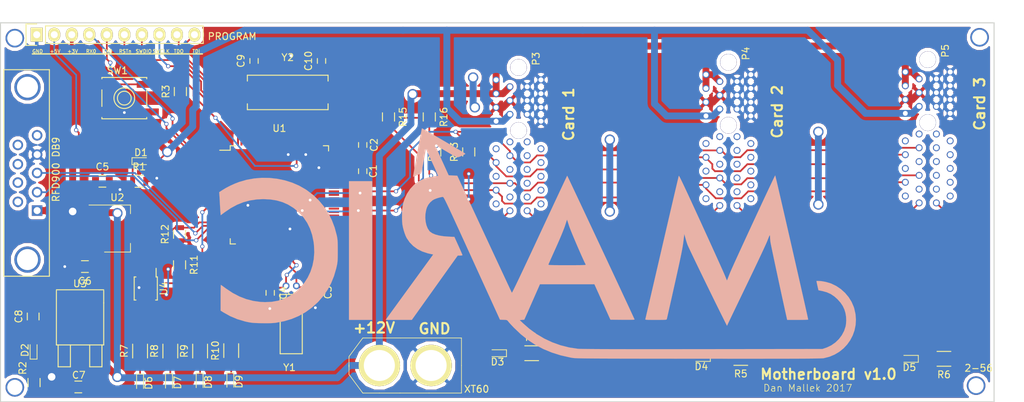
<source format=kicad_pcb>
(kicad_pcb (version 4) (host pcbnew 4.0.4-stable)
  (layers (0 F.Cu signal) (31 B.Cu signal) (34 B.Paste user) (35 F.Paste user) (36 B.SilkS user) (37 F.SilkS user) (38 B.Mask user) (39 F.Mask user) (44 Edge.Cuts user))
  (net 0 "")
  (net 1 +3V3)
  (net 2 GND)
  (net 3 /LFXIN)
  (net 4 /LFXOUT)
  (net 5 +12V)
  (net 6 +5V)
  (net 7 /HFXIN)
  (net 8 /HFXOUT)
  (net 9 "Net-(D1-Pad1)")
  (net 10 "Net-(D2-Pad1)")
  (net 11 "Net-(D3-Pad2)")
  (net 12 "Net-(D3-Pad1)")
  (net 13 "Net-(D4-Pad2)")
  (net 14 "Net-(D4-Pad1)")
  (net 15 "Net-(D5-Pad2)")
  (net 16 "Net-(D5-Pad1)")
  (net 17 "Net-(D6-Pad1)")
  (net 18 "Net-(D7-Pad1)")
  (net 19 "Net-(D8-Pad1)")
  (net 20 "Net-(D9-Pad1)")
  (net 21 /RX1)
  (net 22 /TX1)
  (net 23 /UCA0RXD)
  (net 24 /UCA0TXD)
  (net 25 /RSTn)
  (net 26 /SWDIO)
  (net 27 /SWCLK)
  (net 28 /TDO_SWO)
  (net 29 /TDI)
  (net 30 "Net-(P3-Pad15)")
  (net 31 /SDA0)
  (net 32 "Net-(P3-Pad23)")
  (net 33 /SDA1)
  (net 34 "Net-(P3-Pad31)")
  (net 35 "Net-(P3-Pad17)")
  (net 36 /SCL0)
  (net 37 "Net-(P3-Pad25)")
  (net 38 /SCL1)
  (net 39 "Net-(P3-Pad33)")
  (net 40 "Net-(P3-Pad16)")
  (net 41 "Net-(P3-Pad20)")
  (net 42 "Net-(P3-Pad24)")
  (net 43 "Net-(P3-Pad28)")
  (net 44 "Net-(P3-Pad32)")
  (net 45 "Net-(P3-Pad36)")
  (net 46 "Net-(P3-Pad18)")
  (net 47 "Net-(P3-Pad22)")
  (net 48 "Net-(P3-Pad26)")
  (net 49 "Net-(P3-Pad30)")
  (net 50 "Net-(P3-Pad34)")
  (net 51 "Net-(P4-Pad15)")
  (net 52 "Net-(P4-Pad23)")
  (net 53 "Net-(P4-Pad31)")
  (net 54 "Net-(P4-Pad17)")
  (net 55 "Net-(P4-Pad25)")
  (net 56 "Net-(P4-Pad33)")
  (net 57 "Net-(P4-Pad16)")
  (net 58 "Net-(P4-Pad20)")
  (net 59 "Net-(P4-Pad24)")
  (net 60 "Net-(P4-Pad28)")
  (net 61 "Net-(P4-Pad32)")
  (net 62 "Net-(P4-Pad36)")
  (net 63 "Net-(P4-Pad18)")
  (net 64 "Net-(P4-Pad22)")
  (net 65 "Net-(P4-Pad26)")
  (net 66 "Net-(P4-Pad30)")
  (net 67 "Net-(P4-Pad34)")
  (net 68 "Net-(P5-Pad15)")
  (net 69 "Net-(P5-Pad23)")
  (net 70 "Net-(P5-Pad31)")
  (net 71 "Net-(P5-Pad17)")
  (net 72 "Net-(P5-Pad25)")
  (net 73 "Net-(P5-Pad33)")
  (net 74 "Net-(P5-Pad16)")
  (net 75 "Net-(P5-Pad20)")
  (net 76 "Net-(P5-Pad24)")
  (net 77 "Net-(P5-Pad28)")
  (net 78 "Net-(P5-Pad32)")
  (net 79 "Net-(P5-Pad36)")
  (net 80 "Net-(P5-Pad18)")
  (net 81 "Net-(P5-Pad22)")
  (net 82 "Net-(P5-Pad26)")
  (net 83 "Net-(P5-Pad30)")
  (net 84 "Net-(P5-Pad34)")
  (net 85 /TestLED1)
  (net 86 /TestLED2)
  (net 87 /TestLED3)
  (net 88 /TestLED4)
  (net 89 /SCL2)
  (net 90 /SDA2)
  (net 91 "Net-(U1-Pad1)")
  (net 92 "Net-(U1-Pad2)")
  (net 93 "Net-(U1-Pad3)")
  (net 94 "Net-(U1-Pad4)")
  (net 95 "Net-(U1-Pad5)")
  (net 96 "Net-(U1-Pad8)")
  (net 97 "Net-(U1-Pad9)")
  (net 98 "Net-(U1-Pad10)")
  (net 99 "Net-(U1-Pad11)")
  (net 100 "Net-(U1-Pad12)")
  (net 101 "Net-(U1-Pad14)")
  (net 102 "Net-(U1-Pad16)")
  (net 103 "Net-(U1-Pad18)")
  (net 104 "Net-(U1-Pad19)")
  (net 105 "Net-(U1-Pad20)")
  (net 106 "Net-(U1-Pad24)")
  (net 107 "Net-(U1-Pad25)")
  (net 108 "Net-(U1-Pad30)")
  (net 109 "Net-(U1-Pad31)")
  (net 110 "Net-(U1-Pad32)")
  (net 111 "Net-(U1-Pad33)")
  (net 112 "Net-(U1-Pad34)")
  (net 113 "Net-(U1-Pad37)")
  (net 114 "Net-(U1-Pad38)")
  (net 115 "Net-(U1-Pad39)")
  (net 116 "Net-(U1-Pad44)")
  (net 117 "Net-(U1-Pad46)")
  (net 118 "Net-(U1-Pad47)")
  (net 119 "Net-(U1-Pad48)")
  (net 120 "Net-(U1-Pad49)")
  (net 121 "Net-(U1-Pad50)")
  (net 122 "Net-(U1-Pad51)")
  (net 123 "Net-(U1-Pad52)")
  (net 124 "Net-(U1-Pad53)")
  (net 125 "Net-(U1-Pad54)")
  (net 126 "Net-(U1-Pad55)")
  (net 127 "Net-(U1-Pad56)")
  (net 128 "Net-(U1-Pad57)")
  (net 129 "Net-(U1-Pad58)")
  (net 130 "Net-(U1-Pad59)")
  (net 131 "Net-(U1-Pad60)")
  (net 132 "Net-(U1-Pad61)")
  (net 133 "Net-(U1-Pad62)")
  (net 134 "Net-(U1-Pad63)")
  (net 135 "Net-(U1-Pad64)")
  (net 136 "Net-(U1-Pad65)")
  (net 137 "Net-(U1-Pad66)")
  (net 138 "Net-(U1-Pad67)")
  (net 139 "Net-(U1-Pad68)")
  (net 140 "Net-(U1-Pad69)")
  (net 141 "Net-(U1-Pad70)")
  (net 142 "Net-(U1-Pad71)")
  (net 143 "Net-(U1-Pad74)")
  (net 144 "Net-(U1-Pad75)")
  (net 145 "Net-(U1-Pad76)")
  (net 146 "Net-(U1-Pad77)")
  (net 147 "Net-(U1-Pad80)")
  (net 148 "Net-(U1-Pad81)")
  (net 149 "Net-(U1-Pad88)")
  (net 150 "Net-(U1-Pad89)")
  (net 151 "Net-(U1-Pad90)")
  (net 152 "Net-(U1-Pad91)")
  (net 153 "Net-(U1-Pad96)")
  (net 154 "Net-(U1-Pad97)")
  (net 155 "Net-(U1-Pad98)")
  (net 156 "Net-(U1-Pad99)")
  (net 157 "Net-(U1-Pad100)")
  (net 158 "Net-(U4-Pad3)")
  (module Capacitors_SMD:C_0603 (layer F.Cu) (at 134.493 81.534 90)
    (fp_text reference C1 (at 0 1.524 90) (layer F.SilkS))
    (fp_text value 4.7u)
    (pad 1 smd rect (at -0.75 0 90) (size 0.8 0.75) (layers F.Cu F.Paste F.Mask) (net 1 +3V3))
    (pad 2 smd rect (at 0.75 0 90) (size 0.8 0.75) (layers F.Cu F.Paste F.Mask) (net 2 GND))
  )
  (module Capacitors_SMD:C_0603 (layer F.Cu) (at 134.493 77.724 270)
    (fp_text reference C2 (at 0 -1.651 270) (layer F.SilkS))
    (fp_text value 100n)
    (pad 1 smd rect (at -0.75 0 270) (size 0.8 0.75) (layers F.Cu F.Paste F.Mask) (net 1 +3V3))
    (pad 2 smd rect (at 0.75 0 270) (size 0.8 0.75) (layers F.Cu F.Paste F.Mask) (net 2 GND))
  )
  (module Capacitors_SMD:C_0603 (layer F.Cu) (at 127.5635 99.1245 270)
    (fp_text reference C3 (at 0 -1.9 270) (layer F.SilkS))
    (fp_text value 22p)
    (pad 1 smd rect (at -0.75 0 270) (size 0.8 0.75) (layers F.Cu F.Paste F.Mask) (net 3 /LFXIN))
    (pad 2 smd rect (at 0.75 0 270) (size 0.8 0.75) (layers F.Cu F.Paste F.Mask) (net 2 GND))
  )
  (module Capacitors_SMD:C_0603 (layer F.Cu) (at 121.0865 99.188 270)
    (fp_text reference C4 (at 0 -1.9 270) (layer F.SilkS))
    (fp_text value 22p)
    (pad 1 smd rect (at -0.75 0 270) (size 0.8 0.75) (layers F.Cu F.Paste F.Mask) (net 4 /LFXOUT))
    (pad 2 smd rect (at 0.75 0 270) (size 0.8 0.75) (layers F.Cu F.Paste F.Mask) (net 2 GND))
  )
  (module Capacitors_SMD:C_0805 (layer F.Cu) (at 96.766 82.9955)
    (fp_text reference C5 (at 0 -2.1) (layer F.SilkS))
    (fp_text value 10u)
    (pad 1 smd rect (at -1 0) (size 1 1.25) (layers F.Cu F.Paste F.Mask) (net 5 +12V))
    (pad 2 smd rect (at 1 0) (size 1 1.25) (layers F.Cu F.Paste F.Mask) (net 2 GND))
  )
  (module Capacitors_SMD:C_0805 (layer F.Cu) (at 94.234 95.377 180)
    (fp_text reference C6 (at 0 -2.1 180) (layer F.SilkS))
    (fp_text value 22u)
    (pad 1 smd rect (at -1 0 180) (size 1 1.25) (layers F.Cu F.Paste F.Mask) (net 6 +5V))
    (pad 2 smd rect (at 1 0 180) (size 1 1.25) (layers F.Cu F.Paste F.Mask) (net 2 GND))
  )
  (module Capacitors_SMD:C_0805 (layer F.Cu) (at 93.2735 112.8405 180)
    (fp_text reference C7 (at -0.0715 1.7155 180) (layer F.SilkS))
    (fp_text value 10u)
    (pad 1 smd rect (at -1 0 180) (size 1 1.25) (layers F.Cu F.Paste F.Mask) (net 5 +12V))
    (pad 2 smd rect (at 1 0 180) (size 1 1.25) (layers F.Cu F.Paste F.Mask) (net 2 GND))
  )
  (module Capacitors_SMD:C_0805 (layer F.Cu) (at 86.733 102.617 90)
    (fp_text reference C8 (at 0 -2.1 90) (layer F.SilkS))
    (fp_text value 22u)
    (pad 1 smd rect (at -1 0 90) (size 1 1.25) (layers F.Cu F.Paste F.Mask) (net 1 +3V3))
    (pad 2 smd rect (at 1 0 90) (size 1 1.25) (layers F.Cu F.Paste F.Mask) (net 2 GND))
  )
  (module Capacitors_SMD:C_0603 (layer F.Cu) (at 118.745 65.532 90)
    (fp_text reference C9 (at 0 -1.9 90) (layer F.SilkS))
    (fp_text value 20p)
    (pad 1 smd rect (at -0.75 0 90) (size 0.8 0.75) (layers F.Cu F.Paste F.Mask) (net 7 /HFXIN))
    (pad 2 smd rect (at 0.75 0 90) (size 0.8 0.75) (layers F.Cu F.Paste F.Mask) (net 2 GND))
  )
  (module Capacitors_SMD:C_0603 (layer F.Cu) (at 128.524 65.532 90)
    (fp_text reference C10 (at 0 -1.9 90) (layer F.SilkS))
    (fp_text value 20p)
    (pad 1 smd rect (at -0.75 0 90) (size 0.8 0.75) (layers F.Cu F.Paste F.Mask) (net 8 /HFXOUT))
    (pad 2 smd rect (at 0.75 0 90) (size 0.8 0.75) (layers F.Cu F.Paste F.Mask) (net 2 GND))
  )
  (module LEDs:LED_0603 (layer F.Cu) (at 102.354 80.0745)
    (fp_text reference D1 (at 0 -1.25) (layer F.SilkS))
    (fp_text value "RFD900 PWR LED")
    (pad 2 smd rect (at 0.8 0 180) (size 0.8 0.8) (layers F.Cu F.Paste F.Mask) (net 6 +5V))
    (pad 1 smd rect (at -0.8 0 180) (size 0.8 0.8) (layers F.Cu F.Paste F.Mask) (net 9 "Net-(D1-Pad1)"))
  )
  (module LEDs:LED_0603 (layer F.Cu) (at 86.7965 107.5065 90)
    (fp_text reference D2 (at 0 -1.25 90) (layer F.SilkS))
    (fp_text value LED)
    (pad 2 smd rect (at 0.8 0 270) (size 0.8 0.8) (layers F.Cu F.Paste F.Mask) (net 1 +3V3))
    (pad 1 smd rect (at -0.8 0 270) (size 0.8 0.8) (layers F.Cu F.Paste F.Mask) (net 10 "Net-(D2-Pad1)"))
  )
  (module LEDs:LED_0603 (layer F.Cu) (at 154.03 107.9495 180)
    (fp_text reference D3 (at 0 -1.25 180) (layer F.SilkS))
    (fp_text value LED)
    (pad 2 smd rect (at 0.8 0) (size 0.8 0.8) (layers F.Cu F.Paste F.Mask) (net 11 "Net-(D3-Pad2)"))
    (pad 1 smd rect (at -0.8 0) (size 0.8 0.8) (layers F.Cu F.Paste F.Mask) (net 12 "Net-(D3-Pad1)"))
  )
  (module LEDs:LED_0603 (layer F.Cu) (at 183.5735 108.632 180)
    (fp_text reference D4 (at 0 -1.25 180) (layer F.SilkS))
    (fp_text value LED)
    (pad 2 smd rect (at 0.8 0) (size 0.8 0.8) (layers F.Cu F.Paste F.Mask) (net 13 "Net-(D4-Pad2)"))
    (pad 1 smd rect (at -0.8 0) (size 0.8 0.8) (layers F.Cu F.Paste F.Mask) (net 14 "Net-(D4-Pad1)"))
  )
  (module LEDs:LED_0603 (layer F.Cu) (at 213.72 108.759 180)
    (fp_text reference D5 (at 0 -1.25 180) (layer F.SilkS))
    (fp_text value LED)
    (pad 2 smd rect (at 0.8 0) (size 0.8 0.8) (layers F.Cu F.Paste F.Mask) (net 15 "Net-(D5-Pad2)"))
    (pad 1 smd rect (at -0.8 0) (size 0.8 0.8) (layers F.Cu F.Paste F.Mask) (net 16 "Net-(D5-Pad1)"))
  )
  (module LEDs:LED_0603 (layer F.Cu) (at 102.227 112.269 270)
    (fp_text reference D6 (at 0 -1.25 270) (layer F.SilkS))
    (fp_text value LED)
    (pad 2 smd rect (at 0.8 0 90) (size 0.8 0.8) (layers F.Cu F.Paste F.Mask) (net 1 +3V3))
    (pad 1 smd rect (at -0.8 0 90) (size 0.8 0.8) (layers F.Cu F.Paste F.Mask) (net 17 "Net-(D6-Pad1)"))
  )
  (module LEDs:LED_0603 (layer F.Cu) (at 106.418 112.2055 270)
    (fp_text reference D7 (at 0 -1.25 270) (layer F.SilkS))
    (fp_text value LED)
    (pad 2 smd rect (at 0.8 0 90) (size 0.8 0.8) (layers F.Cu F.Paste F.Mask) (net 1 +3V3))
    (pad 1 smd rect (at -0.8 0 90) (size 0.8 0.8) (layers F.Cu F.Paste F.Mask) (net 18 "Net-(D7-Pad1)"))
  )
  (module LEDs:LED_0603 (layer F.Cu) (at 110.863 112.142 270)
    (fp_text reference D8 (at 0 -1.25 270) (layer F.SilkS))
    (fp_text value LED)
    (pad 2 smd rect (at 0.8 0 90) (size 0.8 0.8) (layers F.Cu F.Paste F.Mask) (net 1 +3V3))
    (pad 1 smd rect (at -0.8 0 90) (size 0.8 0.8) (layers F.Cu F.Paste F.Mask) (net 19 "Net-(D8-Pad1)"))
  )
  (module LEDs:LED_0603 (layer F.Cu) (at 115.308 112.0785 270)
    (fp_text reference D9 (at 0 -1.25 270) (layer F.SilkS))
    (fp_text value LED)
    (pad 2 smd rect (at 0.8 0 90) (size 0.8 0.8) (layers F.Cu F.Paste F.Mask) (net 1 +3V3))
    (pad 1 smd rect (at -0.8 0 90) (size 0.8 0.8) (layers F.Cu F.Paste F.Mask) (net 20 "Net-(D9-Pad1)"))
  )
  (module Connectors:DB9FD (layer F.Cu) (at 85.7805 81.789 270)
    (fp_text reference "RFD900 DB9" (at -0.509 -4.2625 270) (layer F.SilkS))
    (fp_text value DB9)
    (pad 0 thru_hole circle (at -12.446 -0.127 270) (size 3.81 3.81) (drill 3.048) (layers *.Cu *.Mask))
    (pad 0 thru_hole circle (at 12.573 -0.127 270) (size 3.81 3.81) (drill 3.048) (layers *.Cu *.Mask))
    (pad 1 thru_hole rect (at 5.461 -1.524 270) (size 1.524 1.524) (drill 1.016) (layers *.Cu *.Mask) (net 6 +5V))
    (pad 2 thru_hole circle (at 2.794 -1.524 270) (size 1.524 1.524) (drill 1.016) (layers *.Cu *.Mask) (net 21 /RX1))
    (pad 3 thru_hole circle (at 0 -1.524 270) (size 1.524 1.524) (drill 1.016) (layers *.Cu *.Mask) (net 22 /TX1))
    (pad 4 thru_hole circle (at -2.667 -1.524 270) (size 1.524 1.524) (drill 1.016) (layers *.Cu *.Mask) (net 2 GND))
    (pad 5 thru_hole circle (at -5.461 -1.524 270) (size 1.524 1.524) (drill 1.016) (layers *.Cu *.Mask))
    (pad 6 thru_hole circle (at 4.191 1.27 270) (size 1.524 1.524) (drill 1.016) (layers *.Cu *.Mask))
    (pad 7 thru_hole circle (at 1.397 1.27 270) (size 1.524 1.524) (drill 1.016) (layers *.Cu *.Mask))
    (pad 8 thru_hole circle (at -1.27 1.27 270) (size 1.524 1.524) (drill 1.016) (layers *.Cu *.Mask))
    (pad 9 thru_hole circle (at -4.064 1.27 270) (size 1.524 1.524) (drill 1.016) (layers *.Cu *.Mask))
  )
  (module Pin_Headers:Pin_Header_Straight_1x10 (layer F.Cu) (at 87.249 61.722 90)
    (fp_text reference PROGRAM (at -0.254 28.321 180) (layer F.SilkS))
    (fp_text value PROGRAM+DEBUG)
    (pad 1 thru_hole rect (at 0 0 90) (size 2.032 1.7272) (drill 1.016) (layers *.Cu *.Mask F.SilkS) (net 2 GND))
    (pad 2 thru_hole oval (at 0 2.54 90) (size 2.032 1.7272) (drill 1.016) (layers *.Cu *.Mask F.SilkS) (net 6 +5V))
    (pad 3 thru_hole oval (at 0 5.08 90) (size 2.032 1.7272) (drill 1.016) (layers *.Cu *.Mask F.SilkS) (net 1 +3V3))
    (pad 4 thru_hole oval (at 0 7.62 90) (size 2.032 1.7272) (drill 1.016) (layers *.Cu *.Mask F.SilkS) (net 23 /UCA0RXD))
    (pad 5 thru_hole oval (at 0 10.16 90) (size 2.032 1.7272) (drill 1.016) (layers *.Cu *.Mask F.SilkS) (net 24 /UCA0TXD))
    (pad 6 thru_hole oval (at 0 12.7 90) (size 2.032 1.7272) (drill 1.016) (layers *.Cu *.Mask F.SilkS) (net 25 /RSTn))
    (pad 7 thru_hole oval (at 0 15.24 90) (size 2.032 1.7272) (drill 1.016) (layers *.Cu *.Mask F.SilkS) (net 26 /SWDIO))
    (pad 8 thru_hole oval (at 0 17.78 90) (size 2.032 1.7272) (drill 1.016) (layers *.Cu *.Mask F.SilkS) (net 27 /SWCLK))
    (pad 9 thru_hole oval (at 0 20.32 90) (size 2.032 1.7272) (drill 1.016) (layers *.Cu *.Mask F.SilkS) (net 28 /TDO_SWO))
    (pad 10 thru_hole oval (at 0 22.86 90) (size 2.032 1.7272) (drill 1.016) (layers *.Cu *.Mask F.SilkS) (net 29 /TDI))
  )
  (module Connectors:PCIe_36 (layer F.Cu) (at 157.078 75.63 90)
    (fp_text reference P3 (at 10.414 2.54 90) (layer F.SilkS))
    (fp_text value "PCIe Card 1")
    (pad "" thru_hole circle (at 0 0 90) (size 2.41 2.41) (drill 2.37) (layers *.Cu *.Mask))
    (pad "" thru_hole circle (at 9.15 0 90) (size 2.41 2.41) (drill 2.37) (layers *.Cu *.Mask))
    (pad 13 thru_hole circle (at 1.35 -3.25 90) (size 1 1) (drill 0.7) (layers *.Cu *.Mask) (net 6 +5V))
    (pad 9 thru_hole circle (at 3.35 -3.25 90) (size 1 1) (drill 0.7) (layers *.Cu *.Mask) (net 1 +3V3))
    (pad 5 thru_hole circle (at 5.35 -3.25 90) (size 1 1) (drill 0.7) (layers *.Cu *.Mask) (net 5 +12V))
    (pad 1 thru_hole circle (at 7.35 -3.25 90) (size 1 1) (drill 0.7) (layers *.Cu *.Mask) (net 5 +12V))
    (pad 11 thru_hole circle (at 2.35 -1.25 90) (size 1 1) (drill 0.7) (layers *.Cu *.Mask) (net 6 +5V))
    (pad 7 thru_hole circle (at 4.35 -1.25 90) (size 1 1) (drill 0.7) (layers *.Cu *.Mask) (net 1 +3V3))
    (pad 3 thru_hole circle (at 6.35 -1.25 90) (size 1 1) (drill 0.7) (layers *.Cu *.Mask) (net 5 +12V))
    (pad 12 thru_hole circle (at 2.35 1.25 90) (size 1 1) (drill 0.7) (layers *.Cu *.Mask) (net 2 GND))
    (pad 8 thru_hole circle (at 4.35 1.25 90) (size 1 1) (drill 0.7) (layers *.Cu *.Mask) (net 2 GND))
    (pad 4 thru_hole circle (at 6.35 1.25 90) (size 1 1) (drill 0.7) (layers *.Cu *.Mask) (net 2 GND))
    (pad 14 thru_hole circle (at 1.35 3.25 90) (size 1 1) (drill 0.7) (layers *.Cu *.Mask) (net 2 GND))
    (pad 10 thru_hole circle (at 3.35 3.25 90) (size 1 1) (drill 0.7) (layers *.Cu *.Mask) (net 2 GND))
    (pad 6 thru_hole circle (at 5.35 3.25 90) (size 1 1) (drill 0.7) (layers *.Cu *.Mask) (net 2 GND))
    (pad 2 thru_hole circle (at 7.35 3.25 90) (size 1 1) (drill 0.7) (layers *.Cu *.Mask) (net 2 GND))
    (pad 15 thru_hole circle (at -1.65 -1.25 90) (size 1 1) (drill 0.7) (layers *.Cu *.Mask) (net 30 "Net-(P3-Pad15)"))
    (pad 19 thru_hole circle (at -3.65 -1.25 90) (size 1 1) (drill 0.7) (layers *.Cu *.Mask) (net 31 /SDA0))
    (pad 23 thru_hole circle (at -5.65 -1.25 90) (size 1 1) (drill 0.7) (layers *.Cu *.Mask) (net 32 "Net-(P3-Pad23)"))
    (pad 27 thru_hole circle (at -7.65 -1.25 90) (size 1 1) (drill 0.7) (layers *.Cu *.Mask) (net 33 /SDA1))
    (pad 31 thru_hole circle (at -9.65 -1.25 90) (size 1 1) (drill 0.7) (layers *.Cu *.Mask) (net 34 "Net-(P3-Pad31)"))
    (pad 35 thru_hole circle (at -11.65 -1.25 90) (size 1 1) (drill 0.7) (layers *.Cu *.Mask) (net 11 "Net-(D3-Pad2)"))
    (pad 17 thru_hole circle (at -2.65 -3.25 90) (size 1 1) (drill 0.7) (layers *.Cu *.Mask) (net 35 "Net-(P3-Pad17)"))
    (pad 21 thru_hole circle (at -4.65 -3.25 90) (size 1 1) (drill 0.7) (layers *.Cu *.Mask) (net 36 /SCL0))
    (pad 25 thru_hole circle (at -6.65 -3.25 90) (size 1 1) (drill 0.7) (layers *.Cu *.Mask) (net 37 "Net-(P3-Pad25)"))
    (pad 29 thru_hole circle (at -8.65 -3.25 90) (size 1 1) (drill 0.7) (layers *.Cu *.Mask) (net 38 /SCL1))
    (pad 33 thru_hole circle (at -10.65 -3.25 90) (size 1 1) (drill 0.7) (layers *.Cu *.Mask) (net 39 "Net-(P3-Pad33)"))
    (pad 16 thru_hole circle (at -1.65 1.25 90) (size 1 1) (drill 0.7) (layers *.Cu *.Mask) (net 40 "Net-(P3-Pad16)"))
    (pad 20 thru_hole circle (at -3.65 1.25 90) (size 1 1) (drill 0.7) (layers *.Cu *.Mask) (net 41 "Net-(P3-Pad20)"))
    (pad 24 thru_hole circle (at -5.65 1.25 90) (size 1 1) (drill 0.7) (layers *.Cu *.Mask) (net 42 "Net-(P3-Pad24)"))
    (pad 28 thru_hole circle (at -7.65 1.25 90) (size 1 1) (drill 0.7) (layers *.Cu *.Mask) (net 43 "Net-(P3-Pad28)"))
    (pad 32 thru_hole circle (at -9.65 1.25 90) (size 1 1) (drill 0.7) (layers *.Cu *.Mask) (net 44 "Net-(P3-Pad32)"))
    (pad 36 thru_hole circle (at -11.65 1.25 90) (size 1 1) (drill 0.7) (layers *.Cu *.Mask) (net 45 "Net-(P3-Pad36)"))
    (pad 18 thru_hole circle (at -2.65 3.25 90) (size 1 1) (drill 0.7) (layers *.Cu *.Mask) (net 46 "Net-(P3-Pad18)"))
    (pad 22 thru_hole circle (at -4.65 3.25 90) (size 1 1) (drill 0.7) (layers *.Cu *.Mask) (net 47 "Net-(P3-Pad22)"))
    (pad 26 thru_hole circle (at -6.65 3.25 90) (size 1 1) (drill 0.7) (layers *.Cu *.Mask) (net 48 "Net-(P3-Pad26)"))
    (pad 30 thru_hole circle (at -8.65 3.25 90) (size 1 1) (drill 0.7) (layers *.Cu *.Mask) (net 49 "Net-(P3-Pad30)"))
    (pad 34 thru_hole circle (at -10.65 3.25 90) (size 1 1) (drill 0.7) (layers *.Cu *.Mask) (net 50 "Net-(P3-Pad34)"))
  )
  (module Connectors:PCIe_36 (layer F.Cu) (at 187.4945 74.868 90)
    (fp_text reference P4 (at 10.414 2.54 90) (layer F.SilkS))
    (fp_text value "PCIe Card 2")
    (pad "" thru_hole circle (at 0 0 90) (size 2.41 2.41) (drill 2.37) (layers *.Cu *.Mask))
    (pad "" thru_hole circle (at 9.15 0 90) (size 2.41 2.41) (drill 2.37) (layers *.Cu *.Mask))
    (pad 13 thru_hole circle (at 1.35 -3.25 90) (size 1 1) (drill 0.7) (layers *.Cu *.Mask) (net 6 +5V))
    (pad 9 thru_hole circle (at 3.35 -3.25 90) (size 1 1) (drill 0.7) (layers *.Cu *.Mask) (net 1 +3V3))
    (pad 5 thru_hole circle (at 5.35 -3.25 90) (size 1 1) (drill 0.7) (layers *.Cu *.Mask) (net 5 +12V))
    (pad 1 thru_hole circle (at 7.35 -3.25 90) (size 1 1) (drill 0.7) (layers *.Cu *.Mask) (net 5 +12V))
    (pad 11 thru_hole circle (at 2.35 -1.25 90) (size 1 1) (drill 0.7) (layers *.Cu *.Mask) (net 6 +5V))
    (pad 7 thru_hole circle (at 4.35 -1.25 90) (size 1 1) (drill 0.7) (layers *.Cu *.Mask) (net 1 +3V3))
    (pad 3 thru_hole circle (at 6.35 -1.25 90) (size 1 1) (drill 0.7) (layers *.Cu *.Mask) (net 5 +12V))
    (pad 12 thru_hole circle (at 2.35 1.25 90) (size 1 1) (drill 0.7) (layers *.Cu *.Mask) (net 2 GND))
    (pad 8 thru_hole circle (at 4.35 1.25 90) (size 1 1) (drill 0.7) (layers *.Cu *.Mask) (net 2 GND))
    (pad 4 thru_hole circle (at 6.35 1.25 90) (size 1 1) (drill 0.7) (layers *.Cu *.Mask) (net 2 GND))
    (pad 14 thru_hole circle (at 1.35 3.25 90) (size 1 1) (drill 0.7) (layers *.Cu *.Mask) (net 2 GND))
    (pad 10 thru_hole circle (at 3.35 3.25 90) (size 1 1) (drill 0.7) (layers *.Cu *.Mask) (net 2 GND))
    (pad 6 thru_hole circle (at 5.35 3.25 90) (size 1 1) (drill 0.7) (layers *.Cu *.Mask) (net 2 GND))
    (pad 2 thru_hole circle (at 7.35 3.25 90) (size 1 1) (drill 0.7) (layers *.Cu *.Mask) (net 2 GND))
    (pad 15 thru_hole circle (at -1.65 -1.25 90) (size 1 1) (drill 0.7) (layers *.Cu *.Mask) (net 51 "Net-(P4-Pad15)"))
    (pad 19 thru_hole circle (at -3.65 -1.25 90) (size 1 1) (drill 0.7) (layers *.Cu *.Mask) (net 31 /SDA0))
    (pad 23 thru_hole circle (at -5.65 -1.25 90) (size 1 1) (drill 0.7) (layers *.Cu *.Mask) (net 52 "Net-(P4-Pad23)"))
    (pad 27 thru_hole circle (at -7.65 -1.25 90) (size 1 1) (drill 0.7) (layers *.Cu *.Mask) (net 33 /SDA1))
    (pad 31 thru_hole circle (at -9.65 -1.25 90) (size 1 1) (drill 0.7) (layers *.Cu *.Mask) (net 53 "Net-(P4-Pad31)"))
    (pad 35 thru_hole circle (at -11.65 -1.25 90) (size 1 1) (drill 0.7) (layers *.Cu *.Mask) (net 13 "Net-(D4-Pad2)"))
    (pad 17 thru_hole circle (at -2.65 -3.25 90) (size 1 1) (drill 0.7) (layers *.Cu *.Mask) (net 54 "Net-(P4-Pad17)"))
    (pad 21 thru_hole circle (at -4.65 -3.25 90) (size 1 1) (drill 0.7) (layers *.Cu *.Mask) (net 36 /SCL0))
    (pad 25 thru_hole circle (at -6.65 -3.25 90) (size 1 1) (drill 0.7) (layers *.Cu *.Mask) (net 55 "Net-(P4-Pad25)"))
    (pad 29 thru_hole circle (at -8.65 -3.25 90) (size 1 1) (drill 0.7) (layers *.Cu *.Mask) (net 38 /SCL1))
    (pad 33 thru_hole circle (at -10.65 -3.25 90) (size 1 1) (drill 0.7) (layers *.Cu *.Mask) (net 56 "Net-(P4-Pad33)"))
    (pad 16 thru_hole circle (at -1.65 1.25 90) (size 1 1) (drill 0.7) (layers *.Cu *.Mask) (net 57 "Net-(P4-Pad16)"))
    (pad 20 thru_hole circle (at -3.65 1.25 90) (size 1 1) (drill 0.7) (layers *.Cu *.Mask) (net 58 "Net-(P4-Pad20)"))
    (pad 24 thru_hole circle (at -5.65 1.25 90) (size 1 1) (drill 0.7) (layers *.Cu *.Mask) (net 59 "Net-(P4-Pad24)"))
    (pad 28 thru_hole circle (at -7.65 1.25 90) (size 1 1) (drill 0.7) (layers *.Cu *.Mask) (net 60 "Net-(P4-Pad28)"))
    (pad 32 thru_hole circle (at -9.65 1.25 90) (size 1 1) (drill 0.7) (layers *.Cu *.Mask) (net 61 "Net-(P4-Pad32)"))
    (pad 36 thru_hole circle (at -11.65 1.25 90) (size 1 1) (drill 0.7) (layers *.Cu *.Mask) (net 62 "Net-(P4-Pad36)"))
    (pad 18 thru_hole circle (at -2.65 3.25 90) (size 1 1) (drill 0.7) (layers *.Cu *.Mask) (net 63 "Net-(P4-Pad18)"))
    (pad 22 thru_hole circle (at -4.65 3.25 90) (size 1 1) (drill 0.7) (layers *.Cu *.Mask) (net 64 "Net-(P4-Pad22)"))
    (pad 26 thru_hole circle (at -6.65 3.25 90) (size 1 1) (drill 0.7) (layers *.Cu *.Mask) (net 65 "Net-(P4-Pad26)"))
    (pad 30 thru_hole circle (at -8.65 3.25 90) (size 1 1) (drill 0.7) (layers *.Cu *.Mask) (net 66 "Net-(P4-Pad30)"))
    (pad 34 thru_hole circle (at -10.65 3.25 90) (size 1 1) (drill 0.7) (layers *.Cu *.Mask) (net 67 "Net-(P4-Pad34)"))
  )
  (module Connectors:PCIe_36 (layer F.Cu) (at 216.387 74.487 90)
    (fp_text reference P5 (at 10.414 2.54 90) (layer F.SilkS))
    (fp_text value "PCIe Card 3")
    (pad "" thru_hole circle (at 0 0 90) (size 2.41 2.41) (drill 2.37) (layers *.Cu *.Mask))
    (pad "" thru_hole circle (at 9.15 0 90) (size 2.41 2.41) (drill 2.37) (layers *.Cu *.Mask))
    (pad 13 thru_hole circle (at 1.35 -3.25 90) (size 1 1) (drill 0.7) (layers *.Cu *.Mask) (net 6 +5V))
    (pad 9 thru_hole circle (at 3.35 -3.25 90) (size 1 1) (drill 0.7) (layers *.Cu *.Mask) (net 1 +3V3))
    (pad 5 thru_hole circle (at 5.35 -3.25 90) (size 1 1) (drill 0.7) (layers *.Cu *.Mask) (net 5 +12V))
    (pad 1 thru_hole circle (at 7.35 -3.25 90) (size 1 1) (drill 0.7) (layers *.Cu *.Mask) (net 5 +12V))
    (pad 11 thru_hole circle (at 2.35 -1.25 90) (size 1 1) (drill 0.7) (layers *.Cu *.Mask) (net 6 +5V))
    (pad 7 thru_hole circle (at 4.35 -1.25 90) (size 1 1) (drill 0.7) (layers *.Cu *.Mask) (net 1 +3V3))
    (pad 3 thru_hole circle (at 6.35 -1.25 90) (size 1 1) (drill 0.7) (layers *.Cu *.Mask) (net 5 +12V))
    (pad 12 thru_hole circle (at 2.35 1.25 90) (size 1 1) (drill 0.7) (layers *.Cu *.Mask) (net 2 GND))
    (pad 8 thru_hole circle (at 4.35 1.25 90) (size 1 1) (drill 0.7) (layers *.Cu *.Mask) (net 2 GND))
    (pad 4 thru_hole circle (at 6.35 1.25 90) (size 1 1) (drill 0.7) (layers *.Cu *.Mask) (net 2 GND))
    (pad 14 thru_hole circle (at 1.35 3.25 90) (size 1 1) (drill 0.7) (layers *.Cu *.Mask) (net 2 GND))
    (pad 10 thru_hole circle (at 3.35 3.25 90) (size 1 1) (drill 0.7) (layers *.Cu *.Mask) (net 2 GND))
    (pad 6 thru_hole circle (at 5.35 3.25 90) (size 1 1) (drill 0.7) (layers *.Cu *.Mask) (net 2 GND))
    (pad 2 thru_hole circle (at 7.35 3.25 90) (size 1 1) (drill 0.7) (layers *.Cu *.Mask) (net 2 GND))
    (pad 15 thru_hole circle (at -1.65 -1.25 90) (size 1 1) (drill 0.7) (layers *.Cu *.Mask) (net 68 "Net-(P5-Pad15)"))
    (pad 19 thru_hole circle (at -3.65 -1.25 90) (size 1 1) (drill 0.7) (layers *.Cu *.Mask) (net 31 /SDA0))
    (pad 23 thru_hole circle (at -5.65 -1.25 90) (size 1 1) (drill 0.7) (layers *.Cu *.Mask) (net 69 "Net-(P5-Pad23)"))
    (pad 27 thru_hole circle (at -7.65 -1.25 90) (size 1 1) (drill 0.7) (layers *.Cu *.Mask) (net 33 /SDA1))
    (pad 31 thru_hole circle (at -9.65 -1.25 90) (size 1 1) (drill 0.7) (layers *.Cu *.Mask) (net 70 "Net-(P5-Pad31)"))
    (pad 35 thru_hole circle (at -11.65 -1.25 90) (size 1 1) (drill 0.7) (layers *.Cu *.Mask) (net 15 "Net-(D5-Pad2)"))
    (pad 17 thru_hole circle (at -2.65 -3.25 90) (size 1 1) (drill 0.7) (layers *.Cu *.Mask) (net 71 "Net-(P5-Pad17)"))
    (pad 21 thru_hole circle (at -4.65 -3.25 90) (size 1 1) (drill 0.7) (layers *.Cu *.Mask) (net 36 /SCL0))
    (pad 25 thru_hole circle (at -6.65 -3.25 90) (size 1 1) (drill 0.7) (layers *.Cu *.Mask) (net 72 "Net-(P5-Pad25)"))
    (pad 29 thru_hole circle (at -8.65 -3.25 90) (size 1 1) (drill 0.7) (layers *.Cu *.Mask) (net 38 /SCL1))
    (pad 33 thru_hole circle (at -10.65 -3.25 90) (size 1 1) (drill 0.7) (layers *.Cu *.Mask) (net 73 "Net-(P5-Pad33)"))
    (pad 16 thru_hole circle (at -1.65 1.25 90) (size 1 1) (drill 0.7) (layers *.Cu *.Mask) (net 74 "Net-(P5-Pad16)"))
    (pad 20 thru_hole circle (at -3.65 1.25 90) (size 1 1) (drill 0.7) (layers *.Cu *.Mask) (net 75 "Net-(P5-Pad20)"))
    (pad 24 thru_hole circle (at -5.65 1.25 90) (size 1 1) (drill 0.7) (layers *.Cu *.Mask) (net 76 "Net-(P5-Pad24)"))
    (pad 28 thru_hole circle (at -7.65 1.25 90) (size 1 1) (drill 0.7) (layers *.Cu *.Mask) (net 77 "Net-(P5-Pad28)"))
    (pad 32 thru_hole circle (at -9.65 1.25 90) (size 1 1) (drill 0.7) (layers *.Cu *.Mask) (net 78 "Net-(P5-Pad32)"))
    (pad 36 thru_hole circle (at -11.65 1.25 90) (size 1 1) (drill 0.7) (layers *.Cu *.Mask) (net 79 "Net-(P5-Pad36)"))
    (pad 18 thru_hole circle (at -2.65 3.25 90) (size 1 1) (drill 0.7) (layers *.Cu *.Mask) (net 80 "Net-(P5-Pad18)"))
    (pad 22 thru_hole circle (at -4.65 3.25 90) (size 1 1) (drill 0.7) (layers *.Cu *.Mask) (net 81 "Net-(P5-Pad22)"))
    (pad 26 thru_hole circle (at -6.65 3.25 90) (size 1 1) (drill 0.7) (layers *.Cu *.Mask) (net 82 "Net-(P5-Pad26)"))
    (pad 30 thru_hole circle (at -8.65 3.25 90) (size 1 1) (drill 0.7) (layers *.Cu *.Mask) (net 83 "Net-(P5-Pad30)"))
    (pad 34 thru_hole circle (at -10.65 3.25 90) (size 1 1) (drill 0.7) (layers *.Cu *.Mask) (net 84 "Net-(P5-Pad34)"))
  )
  (module Resistors_SMD:R_0805 (layer F.Cu) (at 102.1 82.9955)
    (fp_text reference R1 (at 0 -2.1) (layer F.SilkS))
    (fp_text value 10k)
    (pad 1 smd rect (at -0.95 0) (size 0.7 1.3) (layers F.Cu F.Paste F.Mask) (net 9 "Net-(D1-Pad1)"))
    (pad 2 smd rect (at 0.95 0) (size 0.7 1.3) (layers F.Cu F.Paste F.Mask) (net 2 GND))
  )
  (module Resistors_SMD:R_0805 (layer F.Cu) (at 86.86 112.2055 90)
    (fp_text reference R2 (at 2.0965 -1.643 90) (layer F.SilkS))
    (fp_text value 10k)
    (pad 1 smd rect (at -0.95 0 90) (size 0.7 1.3) (layers F.Cu F.Paste F.Mask) (net 2 GND))
    (pad 2 smd rect (at 0.95 0 90) (size 0.7 1.3) (layers F.Cu F.Paste F.Mask) (net 10 "Net-(D2-Pad1)"))
  )
  (module Resistors_SMD:R_0805 (layer F.Cu) (at 108.069 69.978 90)
    (fp_text reference R3 (at 0 -2.1 90) (layer F.SilkS))
    (fp_text value 10k)
    (pad 1 smd rect (at -0.95 0 90) (size 0.7 1.3) (layers F.Cu F.Paste F.Mask) (net 1 +3V3))
    (pad 2 smd rect (at 0.95 0 90) (size 0.7 1.3) (layers F.Cu F.Paste F.Mask) (net 25 /RSTn))
  )
  (module Resistors_SMD:R_1206 (layer F.Cu) (at 158.983 107.9495)
    (fp_text reference R4 (at 0 -2.3) (layer F.SilkS))
    (fp_text value 220)
    (pad 1 smd rect (at -1.45 0) (size 0.9 1.7) (layers F.Cu F.Paste F.Mask) (net 12 "Net-(D3-Pad1)"))
    (pad 2 smd rect (at 1.45 0) (size 0.9 1.7) (layers F.Cu F.Paste F.Mask) (net 45 "Net-(P3-Pad36)"))
  )
  (module Resistors_SMD:R_1206 (layer F.Cu) (at 189.2885 108.632 180)
    (fp_text reference R5 (at 0 -2.3 180) (layer F.SilkS))
    (fp_text value 220)
    (pad 1 smd rect (at -1.45 0 180) (size 0.9 1.7) (layers F.Cu F.Paste F.Mask) (net 62 "Net-(P4-Pad36)"))
    (pad 2 smd rect (at 1.45 0 180) (size 0.9 1.7) (layers F.Cu F.Paste F.Mask) (net 14 "Net-(D4-Pad1)"))
  )
  (module Resistors_SMD:R_1206 (layer F.Cu) (at 218.7365 108.759 180)
    (fp_text reference R6 (at 0 -2.3 180) (layer F.SilkS))
    (fp_text value 220)
    (pad 1 smd rect (at -1.45 0 180) (size 0.9 1.7) (layers F.Cu F.Paste F.Mask) (net 79 "Net-(P5-Pad36)"))
    (pad 2 smd rect (at 1.45 0 180) (size 0.9 1.7) (layers F.Cu F.Paste F.Mask) (net 16 "Net-(D5-Pad1)"))
  )
  (module Resistors_SMD:R_1206 (layer F.Cu) (at 102.227 107.6335 90)
    (fp_text reference R7 (at 0 -2.3 90) (layer F.SilkS))
    (fp_text value 220)
    (pad 1 smd rect (at -1.45 0 90) (size 0.9 1.7) (layers F.Cu F.Paste F.Mask) (net 17 "Net-(D6-Pad1)"))
    (pad 2 smd rect (at 1.45 0 90) (size 0.9 1.7) (layers F.Cu F.Paste F.Mask) (net 85 /TestLED1))
  )
  (module Resistors_SMD:R_1206 (layer F.Cu) (at 106.6085 107.6335 90)
    (fp_text reference R8 (at 0 -2.3 90) (layer F.SilkS))
    (fp_text value 220)
    (pad 1 smd rect (at -1.45 0 90) (size 0.9 1.7) (layers F.Cu F.Paste F.Mask) (net 18 "Net-(D7-Pad1)"))
    (pad 2 smd rect (at 1.45 0 90) (size 0.9 1.7) (layers F.Cu F.Paste F.Mask) (net 86 /TestLED2))
  )
  (module Resistors_SMD:R_1206 (layer F.Cu) (at 110.9265 107.6335 90)
    (fp_text reference R9 (at 0 -2.3 90) (layer F.SilkS))
    (fp_text value 220)
    (pad 1 smd rect (at -1.45 0 90) (size 0.9 1.7) (layers F.Cu F.Paste F.Mask) (net 19 "Net-(D8-Pad1)"))
    (pad 2 smd rect (at 1.45 0 90) (size 0.9 1.7) (layers F.Cu F.Paste F.Mask) (net 87 /TestLED3))
  )
  (module Resistors_SMD:R_1206 (layer F.Cu) (at 115.435 107.57 90)
    (fp_text reference R10 (at 0 -2.3 90) (layer F.SilkS))
    (fp_text value 220)
    (pad 1 smd rect (at -1.45 0 90) (size 0.9 1.7) (layers F.Cu F.Paste F.Mask) (net 20 "Net-(D9-Pad1)"))
    (pad 2 smd rect (at 1.45 0 90) (size 0.9 1.7) (layers F.Cu F.Paste F.Mask) (net 88 /TestLED4))
  )
  (module Resistors_SMD:R_0805 (layer F.Cu) (at 107.95 95.123 270)
    (fp_text reference R11 (at 0 -2.1 270) (layer F.SilkS))
    (fp_text value 2.2k)
    (pad 1 smd rect (at -0.95 0 270) (size 0.7 1.3) (layers F.Cu F.Paste F.Mask) (net 1 +3V3))
    (pad 2 smd rect (at 0.95 0 270) (size 0.7 1.3) (layers F.Cu F.Paste F.Mask) (net 89 /SCL2))
  )
  (module Resistors_SMD:R_0805 (layer F.Cu) (at 107.95 90.678 90)
    (fp_text reference R12 (at 0 -2.1 90) (layer F.SilkS))
    (fp_text value 2.2k)
    (pad 1 smd rect (at -0.95 0 90) (size 0.7 1.3) (layers F.Cu F.Paste F.Mask) (net 1 +3V3))
    (pad 2 smd rect (at 0.95 0 90) (size 0.7 1.3) (layers F.Cu F.Paste F.Mask) (net 90 /SDA2))
  )
  (module Resistors_SMD:R_0805 (layer F.Cu) (at 149.86 78.74 90)
    (fp_text reference R13 (at 0 -2.1 90) (layer F.SilkS))
    (fp_text value 2.2k)
    (pad 1 smd rect (at -0.95 0 90) (size 0.7 1.3) (layers F.Cu F.Paste F.Mask) (net 1 +3V3))
    (pad 2 smd rect (at 0.95 0 90) (size 0.7 1.3) (layers F.Cu F.Paste F.Mask) (net 31 /SDA0))
  )
  (module Resistors_SMD:R_0805 (layer F.Cu) (at 146.685 78.74 90)
    (fp_text reference R14 (at 0 -2.1 90) (layer F.SilkS))
    (fp_text value 2.2k)
    (pad 1 smd rect (at -0.95 0 90) (size 0.7 1.3) (layers F.Cu F.Paste F.Mask) (net 1 +3V3))
    (pad 2 smd rect (at 0.95 0 90) (size 0.7 1.3) (layers F.Cu F.Paste F.Mask) (net 36 /SCL0))
  )
  (module Resistors_SMD:R_0805 (layer F.Cu) (at 138.2315 73.661 270)
    (fp_text reference R15 (at 0 -2.1 270) (layer F.SilkS))
    (fp_text value 2.2k)
    (pad 1 smd rect (at -0.95 0 270) (size 0.7 1.3) (layers F.Cu F.Paste F.Mask) (net 1 +3V3))
    (pad 2 smd rect (at 0.95 0 270) (size 0.7 1.3) (layers F.Cu F.Paste F.Mask) (net 33 /SDA1))
  )
  (module Resistors_SMD:R_0805 (layer F.Cu) (at 144.145 73.66 270)
    (fp_text reference R16 (at 0 -2.1 270) (layer F.SilkS))
    (fp_text value 2.2k)
    (pad 1 smd rect (at -0.95 0 270) (size 0.7 1.3) (layers F.Cu F.Paste F.Mask) (net 1 +3V3))
    (pad 2 smd rect (at 0.95 0 270) (size 0.7 1.3) (layers F.Cu F.Paste F.Mask) (net 38 /SCL1))
  )
  (module Buttons_Switches_SMD:SW_SPST_EVQP0 (layer F.Cu) (at 99.941 70.9305)
    (fp_text reference SW1 (at -1 -4) (layer F.SilkS))
    (fp_text value SPST)
    (pad 1 smd rect (at 3.4 -2) (size 3.2 1) (layers F.Cu F.Paste F.Mask) (net 25 /RSTn))
    (pad 1 smd rect (at -3.4 -2) (size 3.2 1) (layers F.Cu F.Paste F.Mask) (net 25 /RSTn))
    (pad 2 smd rect (at -3.4 2) (size 3.2 1) (layers F.Cu F.Paste F.Mask) (net 2 GND))
    (pad 2 smd rect (at 3.4 2) (size 3.2 1) (layers F.Cu F.Paste F.Mask) (net 2 GND))
  )
  (module Housings_QFP:LQFP-100_14x14mm_Pitch0.5mm (layer F.Cu) (at 122.42 84.964)
    (fp_text reference U1 (at 0 -9.65) (layer F.SilkS))
    (fp_text value MSP432)
    (pad 1 smd rect (at -7.9 -6) (size 1.5 0.28) (layers F.Cu F.Paste F.Mask) (net 91 "Net-(U1-Pad1)"))
    (pad 2 smd rect (at -7.9 -5.5) (size 1.5 0.28) (layers F.Cu F.Paste F.Mask) (net 92 "Net-(U1-Pad2)"))
    (pad 3 smd rect (at -7.9 -5) (size 1.5 0.28) (layers F.Cu F.Paste F.Mask) (net 93 "Net-(U1-Pad3)"))
    (pad 4 smd rect (at -7.9 -4.5) (size 1.5 0.28) (layers F.Cu F.Paste F.Mask) (net 94 "Net-(U1-Pad4)"))
    (pad 5 smd rect (at -7.9 -4) (size 1.5 0.28) (layers F.Cu F.Paste F.Mask) (net 95 "Net-(U1-Pad5)"))
    (pad 6 smd rect (at -7.9 -3.5) (size 1.5 0.28) (layers F.Cu F.Paste F.Mask) (net 23 /UCA0RXD))
    (pad 7 smd rect (at -7.9 -3) (size 1.5 0.28) (layers F.Cu F.Paste F.Mask) (net 24 /UCA0TXD))
    (pad 8 smd rect (at -7.9 -2.5) (size 1.5 0.28) (layers F.Cu F.Paste F.Mask) (net 96 "Net-(U1-Pad8)"))
    (pad 9 smd rect (at -7.9 -2) (size 1.5 0.28) (layers F.Cu F.Paste F.Mask) (net 97 "Net-(U1-Pad9)"))
    (pad 10 smd rect (at -7.9 -1.5) (size 1.5 0.28) (layers F.Cu F.Paste F.Mask) (net 98 "Net-(U1-Pad10)"))
    (pad 11 smd rect (at -7.9 -1) (size 1.5 0.28) (layers F.Cu F.Paste F.Mask) (net 99 "Net-(U1-Pad11)"))
    (pad 12 smd rect (at -7.9 -0.5) (size 1.5 0.28) (layers F.Cu F.Paste F.Mask) (net 100 "Net-(U1-Pad12)"))
    (pad 13 smd rect (at -7.9 0) (size 1.5 0.28) (layers F.Cu F.Paste F.Mask) (net 1 +3V3))
    (pad 14 smd rect (at -7.9 0.5) (size 1.5 0.28) (layers F.Cu F.Paste F.Mask) (net 101 "Net-(U1-Pad14)"))
    (pad 15 smd rect (at -7.9 1) (size 1.5 0.28) (layers F.Cu F.Paste F.Mask) (net 2 GND))
    (pad 16 smd rect (at -7.9 1.5) (size 1.5 0.28) (layers F.Cu F.Paste F.Mask) (net 102 "Net-(U1-Pad16)"))
    (pad 17 smd rect (at -7.9 2) (size 1.5 0.28) (layers F.Cu F.Paste F.Mask) (net 89 /SCL2))
    (pad 18 smd rect (at -7.9 2.5) (size 1.5 0.28) (layers F.Cu F.Paste F.Mask) (net 103 "Net-(U1-Pad18)"))
    (pad 19 smd rect (at -7.9 3) (size 1.5 0.28) (layers F.Cu F.Paste F.Mask) (net 104 "Net-(U1-Pad19)"))
    (pad 20 smd rect (at -7.9 3.5) (size 1.5 0.28) (layers F.Cu F.Paste F.Mask) (net 105 "Net-(U1-Pad20)"))
    (pad 21 smd rect (at -7.9 4) (size 1.5 0.28) (layers F.Cu F.Paste F.Mask) (net 90 /SDA2))
    (pad 22 smd rect (at -7.9 4.5) (size 1.5 0.28) (layers F.Cu F.Paste F.Mask) (net 22 /TX1))
    (pad 23 smd rect (at -7.9 5) (size 1.5 0.28) (layers F.Cu F.Paste F.Mask) (net 21 /RX1))
    (pad 24 smd rect (at -7.9 5.5) (size 1.5 0.28) (layers F.Cu F.Paste F.Mask) (net 106 "Net-(U1-Pad24)"))
    (pad 25 smd rect (at -7.9 6) (size 1.5 0.28) (layers F.Cu F.Paste F.Mask) (net 107 "Net-(U1-Pad25)"))
    (pad 26 smd rect (at -6 7.9 90) (size 1.5 0.28) (layers F.Cu F.Paste F.Mask) (net 85 /TestLED1))
    (pad 27 smd rect (at -5.5 7.9 90) (size 1.5 0.28) (layers F.Cu F.Paste F.Mask) (net 86 /TestLED2))
    (pad 28 smd rect (at -5 7.9 90) (size 1.5 0.28) (layers F.Cu F.Paste F.Mask) (net 87 /TestLED3))
    (pad 29 smd rect (at -4.5 7.9 90) (size 1.5 0.28) (layers F.Cu F.Paste F.Mask) (net 88 /TestLED4))
    (pad 30 smd rect (at -4 7.9 90) (size 1.5 0.28) (layers F.Cu F.Paste F.Mask) (net 108 "Net-(U1-Pad30)"))
    (pad 31 smd rect (at -3.5 7.9 90) (size 1.5 0.28) (layers F.Cu F.Paste F.Mask) (net 109 "Net-(U1-Pad31)"))
    (pad 32 smd rect (at -3 7.9 90) (size 1.5 0.28) (layers F.Cu F.Paste F.Mask) (net 110 "Net-(U1-Pad32)"))
    (pad 33 smd rect (at -2.5 7.9 90) (size 1.5 0.28) (layers F.Cu F.Paste F.Mask) (net 111 "Net-(U1-Pad33)"))
    (pad 34 smd rect (at -2 7.9 90) (size 1.5 0.28) (layers F.Cu F.Paste F.Mask) (net 112 "Net-(U1-Pad34)"))
    (pad 35 smd rect (at -1.5 7.9 90) (size 1.5 0.28) (layers F.Cu F.Paste F.Mask) (net 31 /SDA0))
    (pad 36 smd rect (at -1 7.9 90) (size 1.5 0.28) (layers F.Cu F.Paste F.Mask) (net 36 /SCL0))
    (pad 37 smd rect (at -0.5 7.9 90) (size 1.5 0.28) (layers F.Cu F.Paste F.Mask) (net 113 "Net-(U1-Pad37)"))
    (pad 38 smd rect (at 0 7.9 90) (size 1.5 0.28) (layers F.Cu F.Paste F.Mask) (net 114 "Net-(U1-Pad38)"))
    (pad 39 smd rect (at 0.5 7.9 90) (size 1.5 0.28) (layers F.Cu F.Paste F.Mask) (net 115 "Net-(U1-Pad39)"))
    (pad 40 smd rect (at 1 7.9 90) (size 1.5 0.28) (layers F.Cu F.Paste F.Mask) (net 2 GND))
    (pad 41 smd rect (at 1.5 7.9 90) (size 1.5 0.28) (layers F.Cu F.Paste F.Mask) (net 3 /LFXIN))
    (pad 42 smd rect (at 2 7.9 90) (size 1.5 0.28) (layers F.Cu F.Paste F.Mask) (net 4 /LFXOUT))
    (pad 43 smd rect (at 2.5 7.9 90) (size 1.5 0.28) (layers F.Cu F.Paste F.Mask) (net 2 GND))
    (pad 44 smd rect (at 3 7.9 90) (size 1.5 0.28) (layers F.Cu F.Paste F.Mask) (net 116 "Net-(U1-Pad44)"))
    (pad 45 smd rect (at 3.5 7.9 90) (size 1.5 0.28) (layers F.Cu F.Paste F.Mask) (net 1 +3V3))
    (pad 46 smd rect (at 4 7.9 90) (size 1.5 0.28) (layers F.Cu F.Paste F.Mask) (net 117 "Net-(U1-Pad46)"))
    (pad 47 smd rect (at 4.5 7.9 90) (size 1.5 0.28) (layers F.Cu F.Paste F.Mask) (net 118 "Net-(U1-Pad47)"))
    (pad 48 smd rect (at 5 7.9 90) (size 1.5 0.28) (layers F.Cu F.Paste F.Mask) (net 119 "Net-(U1-Pad48)"))
    (pad 49 smd rect (at 5.5 7.9 90) (size 1.5 0.28) (layers F.Cu F.Paste F.Mask) (net 120 "Net-(U1-Pad49)"))
    (pad 50 smd rect (at 6 7.9 90) (size 1.5 0.28) (layers F.Cu F.Paste F.Mask) (net 121 "Net-(U1-Pad50)"))
    (pad 51 smd rect (at 7.9 6) (size 1.5 0.28) (layers F.Cu F.Paste F.Mask) (net 122 "Net-(U1-Pad51)"))
    (pad 52 smd rect (at 7.9 5.5) (size 1.5 0.28) (layers F.Cu F.Paste F.Mask) (net 123 "Net-(U1-Pad52)"))
    (pad 53 smd rect (at 7.9 5) (size 1.5 0.28) (layers F.Cu F.Paste F.Mask) (net 124 "Net-(U1-Pad53)"))
    (pad 54 smd rect (at 7.9 4.5) (size 1.5 0.28) (layers F.Cu F.Paste F.Mask) (net 125 "Net-(U1-Pad54)"))
    (pad 55 smd rect (at 7.9 4) (size 1.5 0.28) (layers F.Cu F.Paste F.Mask) (net 126 "Net-(U1-Pad55)"))
    (pad 56 smd rect (at 7.9 3.5) (size 1.5 0.28) (layers F.Cu F.Paste F.Mask) (net 127 "Net-(U1-Pad56)"))
    (pad 57 smd rect (at 7.9 3) (size 1.5 0.28) (layers F.Cu F.Paste F.Mask) (net 128 "Net-(U1-Pad57)"))
    (pad 58 smd rect (at 7.9 2.5) (size 1.5 0.28) (layers F.Cu F.Paste F.Mask) (net 129 "Net-(U1-Pad58)"))
    (pad 59 smd rect (at 7.9 2) (size 1.5 0.28) (layers F.Cu F.Paste F.Mask) (net 130 "Net-(U1-Pad59)"))
    (pad 60 smd rect (at 7.9 1.5) (size 1.5 0.28) (layers F.Cu F.Paste F.Mask) (net 131 "Net-(U1-Pad60)"))
    (pad 61 smd rect (at 7.9 1) (size 1.5 0.28) (layers F.Cu F.Paste F.Mask) (net 132 "Net-(U1-Pad61)"))
    (pad 62 smd rect (at 7.9 0.5) (size 1.5 0.28) (layers F.Cu F.Paste F.Mask) (net 133 "Net-(U1-Pad62)"))
    (pad 63 smd rect (at 7.9 0) (size 1.5 0.28) (layers F.Cu F.Paste F.Mask) (net 134 "Net-(U1-Pad63)"))
    (pad 64 smd rect (at 7.9 -0.5) (size 1.5 0.28) (layers F.Cu F.Paste F.Mask) (net 135 "Net-(U1-Pad64)"))
    (pad 65 smd rect (at 7.9 -1) (size 1.5 0.28) (layers F.Cu F.Paste F.Mask) (net 136 "Net-(U1-Pad65)"))
    (pad 66 smd rect (at 7.9 -1.5) (size 1.5 0.28) (layers F.Cu F.Paste F.Mask) (net 137 "Net-(U1-Pad66)"))
    (pad 67 smd rect (at 7.9 -2) (size 1.5 0.28) (layers F.Cu F.Paste F.Mask) (net 138 "Net-(U1-Pad67)"))
    (pad 68 smd rect (at 7.9 -2.5) (size 1.5 0.28) (layers F.Cu F.Paste F.Mask) (net 139 "Net-(U1-Pad68)"))
    (pad 69 smd rect (at 7.9 -3) (size 1.5 0.28) (layers F.Cu F.Paste F.Mask) (net 140 "Net-(U1-Pad69)"))
    (pad 70 smd rect (at 7.9 -3.5) (size 1.5 0.28) (layers F.Cu F.Paste F.Mask) (net 141 "Net-(U1-Pad70)"))
    (pad 71 smd rect (at 7.9 -4) (size 1.5 0.28) (layers F.Cu F.Paste F.Mask) (net 142 "Net-(U1-Pad71)"))
    (pad 72 smd rect (at 7.9 -4.5) (size 1.5 0.28) (layers F.Cu F.Paste F.Mask) (net 2 GND))
    (pad 73 smd rect (at 7.9 -5) (size 1.5 0.28) (layers F.Cu F.Paste F.Mask) (net 1 +3V3))
    (pad 74 smd rect (at 7.9 -5.5) (size 1.5 0.28) (layers F.Cu F.Paste F.Mask) (net 143 "Net-(U1-Pad74)"))
    (pad 75 smd rect (at 7.9 -6) (size 1.5 0.28) (layers F.Cu F.Paste F.Mask) (net 144 "Net-(U1-Pad75)"))
    (pad 76 smd rect (at 6 -7.9 90) (size 1.5 0.28) (layers F.Cu F.Paste F.Mask) (net 145 "Net-(U1-Pad76)"))
    (pad 77 smd rect (at 5.5 -7.9 90) (size 1.5 0.28) (layers F.Cu F.Paste F.Mask) (net 146 "Net-(U1-Pad77)"))
    (pad 78 smd rect (at 5 -7.9 90) (size 1.5 0.28) (layers F.Cu F.Paste F.Mask) (net 33 /SDA1))
    (pad 79 smd rect (at 4.5 -7.9 90) (size 1.5 0.28) (layers F.Cu F.Paste F.Mask) (net 38 /SCL1))
    (pad 80 smd rect (at 4 -7.9 90) (size 1.5 0.28) (layers F.Cu F.Paste F.Mask) (net 147 "Net-(U1-Pad80)"))
    (pad 81 smd rect (at 3.5 -7.9 90) (size 1.5 0.28) (layers F.Cu F.Paste F.Mask) (net 148 "Net-(U1-Pad81)"))
    (pad 82 smd rect (at 3 -7.9 90) (size 1.5 0.28) (layers F.Cu F.Paste F.Mask) (net 2 GND))
    (pad 83 smd rect (at 2.5 -7.9 90) (size 1.5 0.28) (layers F.Cu F.Paste F.Mask) (net 25 /RSTn))
    (pad 84 smd rect (at 2 -7.9 90) (size 1.5 0.28) (layers F.Cu F.Paste F.Mask) (net 2 GND))
    (pad 85 smd rect (at 1.5 -7.9 90) (size 1.5 0.28) (layers F.Cu F.Paste F.Mask) (net 8 /HFXOUT))
    (pad 86 smd rect (at 1 -7.9 90) (size 1.5 0.28) (layers F.Cu F.Paste F.Mask) (net 7 /HFXIN))
    (pad 87 smd rect (at 0.5 -7.9 90) (size 1.5 0.28) (layers F.Cu F.Paste F.Mask) (net 1 +3V3))
    (pad 88 smd rect (at 0 -7.9 90) (size 1.5 0.28) (layers F.Cu F.Paste F.Mask) (net 149 "Net-(U1-Pad88)"))
    (pad 89 smd rect (at -0.5 -7.9 90) (size 1.5 0.28) (layers F.Cu F.Paste F.Mask) (net 150 "Net-(U1-Pad89)"))
    (pad 90 smd rect (at -1 -7.9 90) (size 1.5 0.28) (layers F.Cu F.Paste F.Mask) (net 151 "Net-(U1-Pad90)"))
    (pad 91 smd rect (at -1.5 -7.9 90) (size 1.5 0.28) (layers F.Cu F.Paste F.Mask) (net 152 "Net-(U1-Pad91)"))
    (pad 92 smd rect (at -2 -7.9 90) (size 1.5 0.28) (layers F.Cu F.Paste F.Mask) (net 29 /TDI))
    (pad 93 smd rect (at -2.5 -7.9 90) (size 1.5 0.28) (layers F.Cu F.Paste F.Mask) (net 28 /TDO_SWO))
    (pad 94 smd rect (at -3 -7.9 90) (size 1.5 0.28) (layers F.Cu F.Paste F.Mask) (net 26 /SWDIO))
    (pad 95 smd rect (at -3.5 -7.9 90) (size 1.5 0.28) (layers F.Cu F.Paste F.Mask) (net 27 /SWCLK))
    (pad 96 smd rect (at -4 -7.9 90) (size 1.5 0.28) (layers F.Cu F.Paste F.Mask) (net 153 "Net-(U1-Pad96)"))
    (pad 97 smd rect (at -4.5 -7.9 90) (size 1.5 0.28) (layers F.Cu F.Paste F.Mask) (net 154 "Net-(U1-Pad97)"))
    (pad 98 smd rect (at -5 -7.9 90) (size 1.5 0.28) (layers F.Cu F.Paste F.Mask) (net 155 "Net-(U1-Pad98)"))
    (pad 99 smd rect (at -5.5 -7.9 90) (size 1.5 0.28) (layers F.Cu F.Paste F.Mask) (net 156 "Net-(U1-Pad99)"))
    (pad 100 smd rect (at -6 -7.9 90) (size 1.5 0.28) (layers F.Cu F.Paste F.Mask) (net 157 "Net-(U1-Pad100)"))
  )
  (module TO_SOT_Packages_SMD:SOT-223 (layer F.Cu) (at 98.925 89.8535)
    (fp_text reference U2 (at 0 -4.5) (layer F.SilkS))
    (fp_text value LM340MP-5.0)
    (pad 4 smd rect (at 3.15 0) (size 2 3.8) (layers F.Cu F.Paste F.Mask))
    (pad 2 smd rect (at -3.15 0) (size 2 1.5) (layers F.Cu F.Paste F.Mask) (net 2 GND))
    (pad 3 smd rect (at -3.15 2.3) (size 2 1.5) (layers F.Cu F.Paste F.Mask) (net 6 +5V))
    (pad 1 smd rect (at -3.15 -2.3) (size 2 1.5) (layers F.Cu F.Paste F.Mask) (net 5 +12V))
  )
  (module TO_SOT_Packages_SMD:TO-252-2Lead (layer F.Cu) (at 93.5275 108.2685)
    (fp_text reference U3 (at 0 -10.414) (layer F.SilkS))
    (fp_text value LD1086DT33TR)
    (pad 1 smd rect (at -2.286 0) (size 1.651 3.048) (layers F.Cu F.Paste F.Mask) (net 2 GND))
    (pad 2 smd rect (at 0 -6.35) (size 6.096 6.096) (layers F.Cu F.Paste F.Mask) (net 1 +3V3))
    (pad 3 smd rect (at 2.286 0) (size 1.651 3.048) (layers F.Cu F.Paste F.Mask) (net 5 +12V))
  )
  (module Housings_SSOP:MSOP-8_3x3mm_Pitch0.65mm (layer F.Cu) (at 103.0525 98.553 270)
    (fp_text reference U4 (at 0 -2.6 270) (layer F.SilkS))
    (fp_text value MCP9808)
    (pad 1 smd rect (at -2.2 -0.975 270) (size 1.45 0.45) (layers F.Cu F.Paste F.Mask) (net 90 /SDA2))
    (pad 2 smd rect (at -2.2 -0.325 270) (size 1.45 0.45) (layers F.Cu F.Paste F.Mask) (net 89 /SCL2))
    (pad 3 smd rect (at -2.2 0.325 270) (size 1.45 0.45) (layers F.Cu F.Paste F.Mask) (net 158 "Net-(U4-Pad3)"))
    (pad 4 smd rect (at -2.2 0.975 270) (size 1.45 0.45) (layers F.Cu F.Paste F.Mask) (net 2 GND))
    (pad 5 smd rect (at 2.2 0.975 270) (size 1.45 0.45) (layers F.Cu F.Paste F.Mask) (net 2 GND))
    (pad 6 smd rect (at 2.2 0.325 270) (size 1.45 0.45) (layers F.Cu F.Paste F.Mask) (net 2 GND))
    (pad 7 smd rect (at 2.2 -0.325 270) (size 1.45 0.45) (layers F.Cu F.Paste F.Mask) (net 2 GND))
    (pad 8 smd rect (at 2.2 -0.975 270) (size 1.45 0.45) (layers F.Cu F.Paste F.Mask) (net 1 +3V3))
  )
  (module Crystals:Crystal_Round_Horizontal_3mm (layer F.Cu) (at 124.1345 98.172 180)
    (fp_text reference Y1 (at 0.24892 -11.8491 180) (layer F.SilkS))
    (fp_text value 32.768khz)
    (pad 1 thru_hole circle (at -0.7493 0 180) (size 1.00076 1.00076) (drill 0.59944) (layers *.Cu *.Mask) (net 3 /LFXIN))
    (pad 2 thru_hole circle (at 0.7493 0 180) (size 1.00076 1.00076) (drill 0.59944) (layers *.Cu *.Mask) (net 4 /LFXOUT))
  )
  (module Crystals:Crystal_HC49-SD_SMD (layer F.Cu) (at 123.6265 70.105)
    (fp_text reference Y2 (at 0 -5.08) (layer F.SilkS))
    (fp_text value 48MHz)
    (pad 1 smd rect (at -4.84886 0) (size 5.6007 2.10058) (layers F.Cu F.Paste F.Mask) (net 7 /HFXIN))
    (pad 2 smd rect (at 4.84886 0) (size 5.6007 2.10058) (layers F.Cu F.Paste F.Mask) (net 8 /HFXOUT))
  )
  (module XT60:XT60 (layer F.Cu) (at 136.906 109.728)
    (fp_text reference XT60 (at 14.097 3.429) (layer F.SilkS))
    (fp_text value "12v POWER")
    (pad 1 thru_hole circle (at 0 0) (size 6 6) (drill 4.5) (layers *.Cu *.Mask F.SilkS) (net 5 +12V))
    (pad 2 thru_hole circle (at 7.5 0) (size 6 6) (drill 4.5) (layers *.Cu *.Mask F.SilkS) (net 2 GND))
  )
  (module Mounting_Holes:2-56_Standoff (layer F.Cu) (at 224.155 108.585)
    (fp_text reference 2-56 (at -0.381 1.524) (layer F.SilkS))
    (fp_text value "2-56 Standoff" hide)
    (pad "" thru_hole circle (at -0.762 4.064) (size 2.7 2.7) (drill 2.2) (layers *.Cu *.Mask))
  )
  (module Mounting_Holes:2-56_Standoff (layer F.Cu) (at 224.663 58.039)
    (fp_text reference 2-56 hide)
    (fp_text value "2-56 Standoff")
    (pad "" thru_hole circle (at -0.762 4.064) (size 2.7 2.7) (drill 2.2) (layers *.Cu *.Mask))
  )
  (module Mounting_Holes:2-56_Standoff (layer F.Cu) (at 84.836 108.839)
    (fp_text reference 2-56 hide)
    (fp_text value "2-56 Standoff" hide)
    (pad "" thru_hole circle (at -0.762 4.064) (size 2.7 2.7) (drill 2.2) (layers *.Cu *.Mask))
  )
  (module Mounting_Holes:2-56_Standoff (layer F.Cu) (at 84.836 58.166)
    (fp_text reference 2-56 hide)
    (fp_text value "2-56 Standoff" hide)
    (pad "" thru_hole circle (at -0.762 4.064) (size 2.7 2.7) (drill 2.2) (layers *.Cu *.Mask))
  )
  (module MAVRIC_Logo:MAVRIC_Logo (layer B.Cu) (at 160 92 180)
    (fp_text reference G*** hide)
    (fp_text value LOGO hide)
  )
  (gr_text "Motherboard v1.0" (at 202 111) (layer F.SilkS) (effects (font (size 1.5 1.5) (thickness 0.3))))
  (gr_text "Dan Mallek 2017" (at 199 113) (layer F.SilkS) (effects (font (size 1 1) (thickness 0.1))))
  (gr_text "Card 3" (at 223.901 71.755 90) (layer F.SilkS) (effects (font (size 1.5 1.5) (thickness 0.3))))
  (gr_text "Card 2" (at 194.564 72.898 90) (layer F.SilkS) (effects (font (size 1.5 1.5) (thickness 0.3))))
  (gr_text "Card 1" (at 164.338 73.279 90) (layer F.SilkS) (effects (font (size 1.5 1.5) (thickness 0.3))))
  (gr_text GND (at 144.907 104.394) (layer F.SilkS) (effects (font (size 1.5 1.5) (thickness 0.3))))
  (gr_text +12V (at 136.144 104.267) (layer F.SilkS) (effects (font (size 1.5 1.5) (thickness 0.3))))
  (gr_text TDI (at 110.363 64.135) (layer F.SilkS) (effects (font (size 0.5 0.5) (thickness 0.1))))
  (gr_text TDO (at 107.823 64.135) (layer F.SilkS) (effects (font (size 0.5 0.5) (thickness 0.1))))
  (gr_text SWCLK (at 105.283 64.135) (layer F.SilkS) (effects (font (size 0.5 0.5) (thickness 0.1))))
  (gr_text SWDIO (at 102.743 64.135) (layer F.SilkS) (effects (font (size 0.5 0.5) (thickness 0.1))))
  (gr_text RSTn (at 100.076 64.135) (layer F.SilkS) (effects (font (size 0.5 0.5) (thickness 0.1))))
  (gr_text TX0 (at 97.536 64.135) (layer F.SilkS) (effects (font (size 0.5 0.5) (thickness 0.1))))
  (gr_text RX0 (at 95.123 64.135) (layer F.SilkS) (effects (font (size 0.5 0.5) (thickness 0.1))))
  (gr_text +3V (at 92.456 64.135) (layer F.SilkS) (effects (font (size 0.5 0.5) (thickness 0.1))))
  (gr_line (start 86.614 64.516) (end 111.252 64.516) (angle 90) (layer F.SilkS) (width 0.2))
  (gr_text +5V (at 89.916 64.135) (layer F.SilkS) (effects (font (size 0.5 0.5) (thickness 0.1))))
  (gr_text GND (at 87.376 64.135) (layer F.SilkS) (effects (font (size 0.5 0.5) (thickness 0.1))))
  (gr_line (start 226 60) (end 82 60) (angle 90) (layer Edge.Cuts) (width 0.15))
  (gr_line (start 226 115) (end 82 115) (angle 90) (layer Edge.Cuts) (width 0.15))
  (gr_line (start 226 60) (end 226 115) (angle 90) (layer Edge.Cuts) (width 0.15))
  (gr_line (start 82 115) (end 82 60) (angle 90) (layer Edge.Cuts) (width 0.15))
  (via (at 170.307 87.376) (size 1.5) (drill 1.1) (layers F.Cu B.Cu) (net 0))
  (segment (start 170.307 76.962) (end 170.307 87.376) (width 1) (layer B.Cu) (net 0))
  (via (at 170.307 76.962) (size 1.5) (drill 1.1) (layers F.Cu B.Cu) (net 0))
  (via (at 200.533 86.36) (size 1.5) (drill 1.1) (layers F.Cu B.Cu) (net 0))
  (segment (start 200.533 75.819) (end 200.533 86.36) (width 1) (layer B.Cu) (net 0))
  (via (at 200.533 75.819) (size 1.5) (drill 1.1) (layers F.Cu B.Cu) (net 0))
  (segment (start 150.749 72.39) (end 150.749 72.263) (width 1) (layer F.Cu) (net 0))
  (via (at 150.495 67.945) (size 1.5) (drill 1.1) (layers F.Cu B.Cu) (net 0))
  (segment (start 150.495 72.009) (end 150.495 67.945) (width 1) (layer B.Cu) (net 0))
  (segment (start 150.749 72.263) (end 150.495 72.009) (width 1) (layer B.Cu) (net 0))
  (via (at 150.749 72.263) (size 1.5) (drill 1.1) (layers F.Cu B.Cu) (net 0))
  (segment (start 149.86 79.69) (end 149.86 81.915) (width 0.25) (layer F.Cu) (net 1))
  (via (at 149.86 85.598) (size 0.6) (drill 0.4) (layers F.Cu B.Cu) (net 1))
  (segment (start 149.86 81.915) (end 149.86 85.598) (width 0.25) (layer B.Cu) (net 1))
  (via (at 149.86 81.915) (size 0.6) (drill 0.4) (layers F.Cu B.Cu) (net 1))
  (segment (start 146.685 79.69) (end 149.86 79.69) (width 0.25) (layer F.Cu) (net 1))
  (segment (start 130.32 79.964) (end 131.745 79.964) (width 0.25) (layer F.Cu) (net 1))
  (segment (start 131.745 79.964) (end 132.334 79.375) (width 0.25) (layer F.Cu) (net 1))
  (segment (start 130.32 79.964) (end 127.554 79.964) (width 0.25) (layer F.Cu) (net 1))
  (segment (start 127.554 79.964) (end 127.381 80.137) (width 0.25) (layer F.Cu) (net 1))
  (segment (start 213.137 71.137) (end 214.137 71.137) (width 1) (layer F.Cu) (net 1))
  (segment (start 214.137 71.137) (end 215.137 70.137) (width 1) (layer F.Cu) (net 1))
  (segment (start 184.2445 71.518) (end 185.2445 71.518) (width 1) (layer F.Cu) (net 1))
  (segment (start 185.2445 71.518) (end 186.2445 70.518) (width 1) (layer F.Cu) (net 1))
  (segment (start 122.92 77.064) (end 122.92 79.899) (width 0.25) (layer F.Cu) (net 1))
  (segment (start 122.92 79.899) (end 120.396 82.423) (width 0.25) (layer F.Cu) (net 1))
  (segment (start 104.0275 100.753) (end 105.241 100.753) (width 0.25) (layer F.Cu) (net 1))
  (segment (start 106.299 95.758) (end 107.884 94.173) (width 0.25) (layer F.Cu) (net 1))
  (via (at 106.299 95.758) (size 0.6) (drill 0.4) (layers F.Cu B.Cu) (net 1))
  (segment (start 106.299 99.187) (end 106.299 95.758) (width 0.25) (layer B.Cu) (net 1))
  (segment (start 106.045 99.441) (end 106.299 99.187) (width 0.25) (layer B.Cu) (net 1))
  (via (at 106.045 99.441) (size 0.6) (drill 0.4) (layers F.Cu B.Cu) (net 1))
  (segment (start 106.045 99.949) (end 106.045 99.441) (width 0.25) (layer F.Cu) (net 1))
  (segment (start 105.241 100.753) (end 106.045 99.949) (width 0.25) (layer F.Cu) (net 1))
  (segment (start 107.884 94.173) (end 107.95 94.173) (width 0.25) (layer F.Cu) (net 1))
  (segment (start 125.92 92.864) (end 125.92 90.614) (width 0.25) (layer F.Cu) (net 1))
  (segment (start 125.92 90.614) (end 125.857 90.551) (width 0.25) (layer F.Cu) (net 1))
  (segment (start 114.52 84.964) (end 112.013 84.964) (width 0.25) (layer F.Cu) (net 1))
  (segment (start 112.013 84.964) (end 111.887 85.09) (width 0.25) (layer F.Cu) (net 1))
  (segment (start 114.52 84.964) (end 116.712 84.964) (width 0.25) (layer F.Cu) (net 1))
  (segment (start 116.712 84.964) (end 116.713 84.963) (width 0.25) (layer F.Cu) (net 1))
  (segment (start 122.92 77.064) (end 122.92 78.851) (width 0.25) (layer F.Cu) (net 1))
  (segment (start 122.92 78.851) (end 122.936 78.867) (width 0.25) (layer F.Cu) (net 1))
  (segment (start 107.95 94.173) (end 107.95 91.628) (width 0.25) (layer F.Cu) (net 1))
  (segment (start 153.828 72.28) (end 154.828 72.28) (width 1) (layer F.Cu) (net 1))
  (segment (start 154.828 72.28) (end 155.828 71.28) (width 1) (layer F.Cu) (net 1))
  (segment (start 134.493 80.784) (end 134.493 78.474) (width 0.25) (layer F.Cu) (net 2))
  (segment (start 130.32 80.464) (end 132.407 80.464) (width 0.25) (layer F.Cu) (net 2))
  (segment (start 132.727 80.784) (end 134.493 80.784) (width 0.25) (layer F.Cu) (net 2))
  (segment (start 132.407 80.464) (end 132.727 80.784) (width 0.25) (layer F.Cu) (net 2))
  (segment (start 130.32 80.464) (end 128.705 80.464) (width 0.25) (layer F.Cu) (net 2))
  (via (at 128.143 81.026) (size 0.6) (drill 0.4) (layers F.Cu B.Cu) (net 2))
  (segment (start 128.705 80.464) (end 128.143 81.026) (width 0.25) (layer F.Cu) (net 2))
  (segment (start 124.42 77.064) (end 124.42 78.399) (width 0.25) (layer F.Cu) (net 2))
  (via (at 123.698 79.121) (size 0.6) (drill 0.4) (layers F.Cu B.Cu) (net 2))
  (segment (start 124.42 78.399) (end 123.698 79.121) (width 0.25) (layer F.Cu) (net 2))
  (segment (start 125.42 77.064) (end 125.42 78.303) (width 0.25) (layer F.Cu) (net 2))
  (via (at 126.238 79.121) (size 0.6) (drill 0.4) (layers F.Cu B.Cu) (net 2))
  (segment (start 125.42 78.303) (end 126.238 79.121) (width 0.25) (layer F.Cu) (net 2))
  (via (at 124.079 64.782) (size 0.6) (drill 0.4) (layers F.Cu B.Cu) (net 2))
  (segment (start 124.079 64.782) (end 124.079 64.77) (width 0.25) (layer B.Cu) (net 2))
  (segment (start 118.745 64.782) (end 124.079 64.782) (width 0.25) (layer F.Cu) (net 2))
  (segment (start 124.079 64.782) (end 128.524 64.782) (width 0.25) (layer F.Cu) (net 2))
  (segment (start 91.2415 108.2685) (end 90.9965 108.2685) (width 0.25) (layer F.Cu) (net 2))
  (segment (start 90.9965 108.2685) (end 88.773 106.045) (width 0.25) (layer F.Cu) (net 2))
  (segment (start 88.773 103.657) (end 86.733 101.617) (width 0.25) (layer F.Cu) (net 2))
  (segment (start 88.773 106.045) (end 88.773 103.657) (width 0.25) (layer F.Cu) (net 2))
  (segment (start 89.408 111.379) (end 90.812 111.379) (width 0.25) (layer F.Cu) (net 2))
  (via (at 89.408 111.379) (size 1.5) (drill 1.1) (layers F.Cu B.Cu) (net 2))
  (segment (start 90.812 111.379) (end 92.2735 112.8405) (width 0.25) (layer F.Cu) (net 2))
  (segment (start 86.86 113.1555) (end 87.6315 113.1555) (width 0.25) (layer F.Cu) (net 2))
  (segment (start 89.408 111.379) (end 91.2415 109.5455) (width 1) (layer F.Cu) (net 2))
  (segment (start 87.6315 113.1555) (end 89.408 111.379) (width 0.25) (layer F.Cu) (net 2))
  (segment (start 91.2415 108.2685) (end 91.2415 109.5455) (width 1) (layer F.Cu) (net 2))
  (segment (start 103.05 82.9955) (end 104.2025 82.9955) (width 0.25) (layer F.Cu) (net 2))
  (via (at 104.648 82.55) (size 0.6) (drill 0.4) (layers F.Cu B.Cu) (net 2))
  (segment (start 104.2025 82.9955) (end 104.648 82.55) (width 0.25) (layer F.Cu) (net 2))
  (segment (start 97.766 82.9955) (end 98.7435 82.9955) (width 0.25) (layer F.Cu) (net 2))
  (via (at 99.314 84.201) (size 0.6) (drill 0.4) (layers F.Cu B.Cu) (net 2))
  (segment (start 99.314 83.566) (end 99.314 84.201) (width 0.25) (layer F.Cu) (net 2))
  (segment (start 98.7435 82.9955) (end 99.314 83.566) (width 0.25) (layer F.Cu) (net 2))
  (segment (start 95.775 89.8535) (end 94.1715 89.8535) (width 1) (layer F.Cu) (net 2))
  (via (at 92.456 87.376) (size 1.5) (drill 1.1) (layers F.Cu B.Cu) (net 2))
  (segment (start 92.456 88.138) (end 92.456 87.376) (width 1) (layer F.Cu) (net 2))
  (segment (start 94.1715 89.8535) (end 92.456 88.138) (width 1) (layer F.Cu) (net 2))
  (segment (start 93.234 95.377) (end 91.313 95.377) (width 0.25) (layer F.Cu) (net 2))
  (via (at 91.313 95.377) (size 0.6) (drill 0.4) (layers F.Cu B.Cu) (net 2))
  (via (at 102.0775 98.425) (size 0.6) (drill 0.4) (layers F.Cu B.Cu) (net 2))
  (segment (start 102.0775 98.425) (end 102.108 98.425) (width 0.25) (layer B.Cu) (net 2))
  (segment (start 102.0775 96.353) (end 102.0775 98.425) (width 0.25) (layer F.Cu) (net 2))
  (segment (start 102.0775 98.425) (end 102.0775 100.753) (width 0.25) (layer F.Cu) (net 2))
  (segment (start 102.0775 100.753) (end 102.7275 100.753) (width 0.25) (layer F.Cu) (net 2))
  (segment (start 102.7275 100.753) (end 103.3775 100.753) (width 0.25) (layer F.Cu) (net 2))
  (segment (start 127.5635 99.8745) (end 127.5635 101.2745) (width 0.25) (layer F.Cu) (net 2))
  (via (at 127.635 101.346) (size 0.6) (drill 0.4) (layers F.Cu B.Cu) (net 2))
  (segment (start 127.5635 101.2745) (end 127.635 101.346) (width 0.25) (layer F.Cu) (net 2))
  (segment (start 121.0865 99.938) (end 121.0865 101.4175) (width 0.25) (layer F.Cu) (net 2))
  (via (at 121.031 101.473) (size 0.6) (drill 0.4) (layers F.Cu B.Cu) (net 2))
  (segment (start 121.0865 101.4175) (end 121.031 101.473) (width 0.25) (layer F.Cu) (net 2))
  (via (at 123.952 89.916) (size 0.6) (drill 0.4) (layers F.Cu B.Cu) (net 2))
  (segment (start 123.42 92.864) (end 123.42 90.321) (width 0.25) (layer F.Cu) (net 2))
  (segment (start 124.92 90.503) (end 124.92 92.864) (width 0.25) (layer F.Cu) (net 2))
  (segment (start 124.333 89.916) (end 124.92 90.503) (width 0.25) (layer F.Cu) (net 2))
  (segment (start 123.825 89.916) (end 123.952 89.916) (width 0.25) (layer F.Cu) (net 2))
  (segment (start 123.952 89.916) (end 124.333 89.916) (width 0.25) (layer F.Cu) (net 2))
  (segment (start 123.42 90.321) (end 123.825 89.916) (width 0.25) (layer F.Cu) (net 2))
  (segment (start 114.52 85.964) (end 117.333 85.964) (width 0.25) (layer F.Cu) (net 2))
  (via (at 117.856 86.487) (size 0.6) (drill 0.4) (layers F.Cu B.Cu) (net 2))
  (segment (start 117.333 85.964) (end 117.856 86.487) (width 0.25) (layer F.Cu) (net 2))
  (segment (start 100.076 72.9305) (end 100.0435 72.9305) (width 0.25) (layer F.Cu) (net 2))
  (via (at 99.949 73.025) (size 0.6) (drill 0.4) (layers F.Cu B.Cu) (net 2))
  (segment (start 100.0435 72.9305) (end 99.949 73.025) (width 0.25) (layer F.Cu) (net 2))
  (segment (start 96.541 72.9305) (end 100.076 72.9305) (width 0.25) (layer F.Cu) (net 2))
  (segment (start 100.076 72.9305) (end 103.341 72.9305) (width 0.25) (layer F.Cu) (net 2))
  (segment (start 127.5635 98.3745) (end 125.0863 98.3745) (width 0.25) (layer F.Cu) (net 3))
  (segment (start 125.0863 98.3745) (end 124.8838 98.172) (width 0.25) (layer F.Cu) (net 3))
  (segment (start 124.8838 98.172) (end 124.8838 96.3178) (width 0.25) (layer F.Cu) (net 3))
  (segment (start 123.92 95.354) (end 123.92 92.864) (width 0.25) (layer F.Cu) (net 3))
  (segment (start 124.8838 96.3178) (end 123.92 95.354) (width 0.25) (layer F.Cu) (net 3))
  (segment (start 121.0865 98.438) (end 123.1192 98.438) (width 0.25) (layer F.Cu) (net 4))
  (segment (start 123.1192 98.438) (end 123.3852 98.172) (width 0.25) (layer F.Cu) (net 4))
  (segment (start 123.3852 98.172) (end 123.3852 96.6988) (width 0.25) (layer F.Cu) (net 4))
  (segment (start 124.42 94.711) (end 124.42 92.864) (width 0.25) (layer F.Cu) (net 4))
  (segment (start 124.8965 95.1875) (end 124.42 94.711) (width 0.25) (layer F.Cu) (net 4))
  (via (at 124.8965 95.1875) (size 0.6) (drill 0.4) (layers F.Cu B.Cu) (net 4))
  (segment (start 123.4995 96.5845) (end 124.8965 95.1875) (width 0.25) (layer B.Cu) (net 4))
  (via (at 123.4995 96.5845) (size 0.6) (drill 0.4) (layers F.Cu B.Cu) (net 4))
  (segment (start 123.3852 96.6988) (end 123.4995 96.5845) (width 0.25) (layer F.Cu) (net 4))
  (segment (start 153.828 70.28) (end 141.81 70.28) (width 1) (layer F.Cu) (net 5))
  (segment (start 136.906 79.248) (end 136.906 109.728) (width 1) (layer B.Cu) (net 5))
  (segment (start 141.478 74.676) (end 136.906 79.248) (width 1) (layer B.Cu) (net 5))
  (segment (start 141.478 70.612) (end 141.478 74.676) (width 1) (layer B.Cu) (net 5))
  (segment (start 141.732 70.358) (end 141.478 70.612) (width 1) (layer B.Cu) (net 5))
  (via (at 141.732 70.358) (size 1.5) (drill 1.1) (layers F.Cu B.Cu) (net 5))
  (segment (start 141.81 70.28) (end 141.732 70.358) (width 1) (layer F.Cu) (net 5))
  (segment (start 184.2445 67.518) (end 185.2445 67.518) (width 1) (layer F.Cu) (net 5))
  (segment (start 185.2445 67.518) (end 186.2445 68.518) (width 1) (layer F.Cu) (net 5))
  (segment (start 184.2445 67.518) (end 184.2445 69.518) (width 1) (layer F.Cu) (net 5))
  (segment (start 184.2445 67.518) (end 184.2445 63.373) (width 1) (layer F.Cu) (net 5))
  (segment (start 184.404 63.627) (end 184.404 63.373) (width 1) (layer F.Cu) (net 5))
  (segment (start 184.404 63.5325) (end 184.404 63.627) (width 1) (layer F.Cu) (net 5))
  (segment (start 184.2445 63.373) (end 184.404 63.5325) (width 1) (layer F.Cu) (net 5))
  (segment (start 213.137 67.137) (end 214.137 67.137) (width 1) (layer F.Cu) (net 5))
  (segment (start 214.137 67.137) (end 215.137 68.137) (width 1) (layer F.Cu) (net 5))
  (segment (start 213.137 67.137) (end 213.137 69.137) (width 1) (layer F.Cu) (net 5))
  (segment (start 153.828 68.28) (end 153.828 64.993) (width 1) (layer F.Cu) (net 5))
  (segment (start 213.137 66.198) (end 213.137 67.137) (width 1) (layer F.Cu) (net 5))
  (segment (start 210.312 63.373) (end 213.137 66.198) (width 1) (layer F.Cu) (net 5))
  (segment (start 155.448 63.373) (end 184.404 63.373) (width 1) (layer F.Cu) (net 5))
  (segment (start 184.404 63.373) (end 210.312 63.373) (width 1) (layer F.Cu) (net 5))
  (segment (start 153.828 64.993) (end 155.448 63.373) (width 1) (layer F.Cu) (net 5))
  (segment (start 153.828 70.28) (end 154.828 70.28) (width 1) (layer F.Cu) (net 5))
  (segment (start 154.828 70.28) (end 155.828 69.28) (width 1) (layer F.Cu) (net 5))
  (segment (start 153.828 70.28) (end 153.828 68.28) (width 1) (layer F.Cu) (net 5))
  (segment (start 95.775 87.5535) (end 95.775 83.0045) (width 0.25) (layer F.Cu) (net 5))
  (segment (start 95.775 83.0045) (end 95.766 82.9955) (width 0.25) (layer F.Cu) (net 5))
  (segment (start 98.933 111.379) (end 98.933 87.63) (width 1) (layer B.Cu) (net 5))
  (segment (start 98.8565 87.5535) (end 95.775 87.5535) (width 1) (layer F.Cu) (net 5))
  (segment (start 98.933 87.63) (end 98.8565 87.5535) (width 1) (layer F.Cu) (net 5))
  (via (at 98.933 87.63) (size 1.5) (drill 1.1) (layers F.Cu B.Cu) (net 5))
  (segment (start 136.906 109.728) (end 132.588 109.728) (width 1) (layer B.Cu) (net 5))
  (segment (start 132.588 109.728) (end 130.81 111.506) (width 1) (layer B.Cu) (net 5))
  (segment (start 130.81 111.506) (end 99.06 111.506) (width 1) (layer B.Cu) (net 5))
  (segment (start 99.06 111.506) (end 98.933 111.379) (width 1) (layer B.Cu) (net 5))
  (segment (start 98.933 111.379) (end 95.8225 108.2685) (width 1) (layer F.Cu) (net 5))
  (via (at 98.933 111.379) (size 1.5) (drill 1.1) (layers F.Cu B.Cu) (net 5))
  (segment (start 95.8225 108.2685) (end 95.8135 108.2685) (width 1) (layer F.Cu) (net 5))
  (segment (start 94.2735 112.8405) (end 95.1855 112.8405) (width 0.25) (layer F.Cu) (net 5))
  (segment (start 95.8135 112.2125) (end 95.8135 108.2685) (width 0.25) (layer F.Cu) (net 5))
  (segment (start 95.1855 112.8405) (end 95.8135 112.2125) (width 0.25) (layer F.Cu) (net 5))
  (segment (start 153.828 74.28) (end 148.575 74.28) (width 1) (layer B.Cu) (net 6))
  (segment (start 146.685 72.39) (end 146.685 61.087) (width 1) (layer B.Cu) (net 6))
  (segment (start 148.575 74.28) (end 146.685 72.39) (width 1) (layer B.Cu) (net 6))
  (segment (start 146.685 61.087) (end 166.37 61.087) (width 1) (layer B.Cu) (net 6))
  (segment (start 140.335 61.087) (end 146.685 61.087) (width 1) (layer B.Cu) (net 6))
  (segment (start 117.348 61.087) (end 140.335 61.087) (width 1) (layer B.Cu) (net 6))
  (segment (start 153.828 74.28) (end 154.828 74.28) (width 1) (layer B.Cu) (net 6))
  (segment (start 154.828 74.28) (end 155.828 73.28) (width 1) (layer B.Cu) (net 6))
  (segment (start 92.964 69.469) (end 92.964 67.564) (width 0.25) (layer B.Cu) (net 6))
  (segment (start 92.964 75.565) (end 93.345 75.946) (width 0.25) (layer F.Cu) (net 6))
  (segment (start 93.345 77.724) (end 93.345 75.946) (width 0.25) (layer F.Cu) (net 6))
  (segment (start 92.964 69.469) (end 92.964 75.565) (width 0.25) (layer B.Cu) (net 6))
  (via (at 92.964 75.565) (size 0.6) (drill 0.4) (layers F.Cu B.Cu) (net 6))
  (segment (start 89.789 64.389) (end 89.789 61.722) (width 0.25) (layer B.Cu) (net 6))
  (segment (start 92.964 67.564) (end 89.789 64.389) (width 0.25) (layer B.Cu) (net 6))
  (segment (start 92.456 78.613) (end 93.345 77.724) (width 1) (layer F.Cu) (net 6))
  (segment (start 93.345 77.724) (end 94.488 76.581) (width 1) (layer F.Cu) (net 6))
  (segment (start 92.456 83.439) (end 92.456 78.613) (width 1) (layer F.Cu) (net 6))
  (segment (start 94.488 76.581) (end 95.631 76.581) (width 1) (layer F.Cu) (net 6))
  (segment (start 88.645 87.25) (end 92.456 83.439) (width 1) (layer F.Cu) (net 6))
  (segment (start 176.784 61.087) (end 199.009 61.087) (width 1) (layer B.Cu) (net 6))
  (segment (start 199.009 61.087) (end 203.327 65.405) (width 1) (layer B.Cu) (net 6))
  (segment (start 203.327 65.405) (end 203.327 69.088) (width 1) (layer B.Cu) (net 6))
  (segment (start 203.327 69.088) (end 207.376 73.137) (width 1) (layer B.Cu) (net 6))
  (segment (start 207.376 73.137) (end 213.137 73.137) (width 1) (layer B.Cu) (net 6))
  (segment (start 184.2445 73.518) (end 178.547 73.518) (width 1) (layer B.Cu) (net 6))
  (segment (start 176.784 71.755) (end 176.784 61.087) (width 1) (layer B.Cu) (net 6))
  (segment (start 178.547 73.518) (end 176.784 71.755) (width 1) (layer B.Cu) (net 6))
  (segment (start 95.234 95.377) (end 95.234 92.6945) (width 0.25) (layer F.Cu) (net 6))
  (segment (start 95.234 92.6945) (end 95.775 92.1535) (width 0.25) (layer F.Cu) (net 6))
  (segment (start 103.154 80.0745) (end 104.8375 80.0745) (width 0.25) (layer F.Cu) (net 6))
  (segment (start 104.8375 80.0745) (end 106.172 78.74) (width 0.25) (layer F.Cu) (net 6))
  (segment (start 213.137 73.137) (end 214.137 73.137) (width 1) (layer B.Cu) (net 6))
  (segment (start 214.137 73.137) (end 215.137 72.137) (width 1) (layer B.Cu) (net 6))
  (segment (start 166.37 61.087) (end 176.784 61.087) (width 1) (layer B.Cu) (net 6))
  (segment (start 184.2445 73.518) (end 185.2445 73.518) (width 1) (layer B.Cu) (net 6))
  (segment (start 185.2445 73.518) (end 186.2445 72.518) (width 1) (layer B.Cu) (net 6))
  (via (at 106.172 78.74) (size 1.5) (drill 1.1) (layers F.Cu B.Cu) (net 6))
  (segment (start 106.172 78.74) (end 109.855 75.057) (width 1) (layer B.Cu) (net 6))
  (segment (start 109.855 75.057) (end 109.855 72.644) (width 1) (layer B.Cu) (net 6))
  (segment (start 109.855 72.644) (end 110.363 72.136) (width 1) (layer B.Cu) (net 6))
  (segment (start 110.363 72.136) (end 110.363 64.389) (width 1) (layer B.Cu) (net 6))
  (segment (start 110.363 64.389) (end 117.348 61.087) (width 1) (layer B.Cu) (net 6))
  (segment (start 87.3045 87.25) (end 88.645 87.25) (width 1) (layer F.Cu) (net 6))
  (segment (start 104.013 76.581) (end 106.172 78.74) (width 1) (layer F.Cu) (net 6))
  (segment (start 95.631 76.581) (end 104.013 76.581) (width 1) (layer F.Cu) (net 6))
  (segment (start 95.775 92.1535) (end 93.5505 92.1535) (width 1) (layer F.Cu) (net 6))
  (segment (start 88.647 87.25) (end 87.3045 87.25) (width 1) (layer F.Cu) (net 6))
  (segment (start 93.5505 92.1535) (end 88.647 87.25) (width 1) (layer F.Cu) (net 6))
  (segment (start 118.77764 70.105) (end 118.77764 66.31464) (width 0.25) (layer F.Cu) (net 7))
  (segment (start 118.77764 66.31464) (end 118.745 66.282) (width 0.25) (layer F.Cu) (net 7))
  (segment (start 123.42 77.064) (end 123.42 74.9785) (width 0.25) (layer F.Cu) (net 7))
  (segment (start 123.42 74.9785) (end 118.77764 70.33614) (width 0.25) (layer F.Cu) (net 7))
  (segment (start 118.77764 70.33614) (end 118.77764 70.105) (width 0.25) (layer F.Cu) (net 7))
  (segment (start 117.848 69.978) (end 117.82514 69.978) (width 0.25) (layer F.Cu) (net 7))
  (segment (start 128.47536 70.105) (end 128.47536 66.33064) (width 0.25) (layer F.Cu) (net 8))
  (segment (start 128.47536 66.33064) (end 128.524 66.282) (width 0.25) (layer F.Cu) (net 8))
  (segment (start 123.92 77.064) (end 123.92 74.955) (width 0.25) (layer F.Cu) (net 8))
  (segment (start 123.92 74.955) (end 128.47536 70.39964) (width 0.25) (layer F.Cu) (net 8))
  (segment (start 128.47536 70.39964) (end 128.47536 70.105) (width 0.25) (layer F.Cu) (net 8))
  (segment (start 101.15 82.9955) (end 101.15 80.4785) (width 0.25) (layer F.Cu) (net 9))
  (segment (start 101.15 80.4785) (end 101.554 80.0745) (width 0.25) (layer F.Cu) (net 9))
  (segment (start 86.7965 108.3065) (end 86.7965 111.192) (width 0.25) (layer F.Cu) (net 10))
  (segment (start 86.7965 111.192) (end 86.86 111.2555) (width 0.25) (layer F.Cu) (net 10))
  (segment (start 153.23 107.9495) (end 153.23 89.878) (width 0.25) (layer F.Cu) (net 11))
  (segment (start 153.23 89.878) (end 155.828 87.28) (width 0.25) (layer F.Cu) (net 11))
  (segment (start 154.83 107.9495) (end 157.533 107.9495) (width 0.25) (layer F.Cu) (net 12))
  (segment (start 182.7735 108.632) (end 182.7735 89.989) (width 0.25) (layer F.Cu) (net 13))
  (segment (start 182.7735 89.989) (end 186.2445 86.518) (width 0.25) (layer F.Cu) (net 13))
  (segment (start 184.3735 108.632) (end 187.8385 108.632) (width 0.25) (layer F.Cu) (net 14))
  (segment (start 212.92 108.759) (end 212.92 88.354) (width 0.25) (layer F.Cu) (net 15))
  (segment (start 212.92 88.354) (end 215.137 86.137) (width 0.25) (layer F.Cu) (net 15))
  (segment (start 214.52 108.759) (end 217.2865 108.759) (width 0.25) (layer F.Cu) (net 16))
  (segment (start 102.227 109.0835) (end 102.227 111.469) (width 0.25) (layer F.Cu) (net 17))
  (segment (start 106.6085 109.0835) (end 106.6085 111.215) (width 0.25) (layer F.Cu) (net 18))
  (segment (start 106.6085 111.215) (end 106.418 111.4055) (width 0.25) (layer F.Cu) (net 18))
  (segment (start 110.9265 109.0835) (end 110.9265 111.2785) (width 0.25) (layer F.Cu) (net 19))
  (segment (start 110.9265 111.2785) (end 110.863 111.342) (width 0.25) (layer F.Cu) (net 19))
  (segment (start 115.435 109.02) (end 115.435 111.1515) (width 0.25) (layer F.Cu) (net 20))
  (segment (start 115.435 111.1515) (end 115.308 111.2785) (width 0.25) (layer F.Cu) (net 20))
  (segment (start 114.52 89.964) (end 111.966 89.964) (width 0.25) (layer F.Cu) (net 21))
  (segment (start 88.645 84.583) (end 87.3045 84.583) (width 0.25) (layer B.Cu) (net 21))
  (segment (start 90.988998 82.239002) (end 88.645 84.583) (width 0.25) (layer B.Cu) (net 21))
  (segment (start 101.287604 82.239002) (end 90.988998 82.239002) (width 0.25) (layer B.Cu) (net 21))
  (segment (start 107.569 88.520398) (end 101.287604 82.239002) (width 0.25) (layer B.Cu) (net 21))
  (segment (start 107.569 90.17) (end 107.569 88.520398) (width 0.25) (layer B.Cu) (net 21))
  (segment (start 108.966 91.567) (end 107.569 90.17) (width 0.25) (layer B.Cu) (net 21))
  (segment (start 110.363 91.567) (end 108.966 91.567) (width 0.25) (layer B.Cu) (net 21))
  (via (at 110.363 91.567) (size 0.6) (drill 0.4) (layers F.Cu B.Cu) (net 21))
  (segment (start 111.966 89.964) (end 110.363 91.567) (width 0.25) (layer F.Cu) (net 21))
  (segment (start 114.52 89.464) (end 111.323 89.464) (width 0.25) (layer F.Cu) (net 22))
  (segment (start 101.474 81.789) (end 87.3045 81.789) (width 0.25) (layer B.Cu) (net 22))
  (segment (start 110.236 90.551) (end 101.474 81.789) (width 0.25) (layer B.Cu) (net 22))
  (via (at 110.236 90.551) (size 0.6) (drill 0.4) (layers F.Cu B.Cu) (net 22))
  (segment (start 111.323 89.464) (end 110.236 90.551) (width 0.25) (layer F.Cu) (net 22))
  (segment (start 106.934 73.914) (end 106.934 73.66) (width 0.25) (layer B.Cu) (net 23))
  (via (at 106.934 73.914) (size 0.6) (drill 0.4) (layers F.Cu B.Cu) (net 23))
  (segment (start 106.934 75.565) (end 106.934 73.914) (width 0.25) (layer F.Cu) (net 23))
  (segment (start 112.833 81.464) (end 106.934 75.565) (width 0.25) (layer F.Cu) (net 23))
  (segment (start 114.52 81.464) (end 112.833 81.464) (width 0.25) (layer F.Cu) (net 23))
  (segment (start 106.934 73.66) (end 94.996 61.722) (width 0.25) (layer B.Cu) (net 23))
  (segment (start 94.996 61.722) (end 94.869 61.722) (width 0.25) (layer B.Cu) (net 23))
  (segment (start 97.917 66.548) (end 97.917 65.786) (width 0.25) (layer B.Cu) (net 24))
  (segment (start 97.409 65.278) (end 97.409 61.722) (width 0.25) (layer F.Cu) (net 24))
  (segment (start 97.917 65.786) (end 97.409 65.278) (width 0.25) (layer F.Cu) (net 24))
  (via (at 97.917 65.786) (size 0.6) (drill 0.4) (layers F.Cu B.Cu) (net 24))
  (segment (start 106.045 74.676) (end 97.917 66.548) (width 0.25) (layer B.Cu) (net 24))
  (segment (start 97.917 66.548) (end 97.79 66.421) (width 0.25) (layer B.Cu) (net 24))
  (via (at 106.045 74.676) (size 0.6) (drill 0.4) (layers F.Cu B.Cu) (net 24))
  (segment (start 106.045 75.312398) (end 106.045 74.676) (width 0.25) (layer F.Cu) (net 24))
  (segment (start 112.696602 81.964) (end 106.045 75.312398) (width 0.25) (layer F.Cu) (net 24))
  (segment (start 114.52 81.964) (end 112.696602 81.964) (width 0.25) (layer F.Cu) (net 24))
  (segment (start 103.341 68.9305) (end 103.341 67.019) (width 0.25) (layer F.Cu) (net 25))
  (segment (start 99.949 63.627) (end 99.949 61.722) (width 0.25) (layer F.Cu) (net 25))
  (segment (start 103.341 67.019) (end 99.949 63.627) (width 0.25) (layer F.Cu) (net 25))
  (segment (start 97.7185 67.753) (end 96.541 68.9305) (width 0.25) (layer F.Cu) (net 25))
  (segment (start 103.341 68.9305) (end 96.541 68.9305) (width 0.25) (layer F.Cu) (net 25))
  (segment (start 124.92 77.064) (end 124.92 80.566) (width 0.25) (layer F.Cu) (net 25))
  (segment (start 109.287 69.028) (end 108.069 69.028) (width 0.25) (layer F.Cu) (net 25))
  (segment (start 109.982 69.723) (end 109.287 69.028) (width 0.25) (layer F.Cu) (net 25))
  (segment (start 109.982 70.612) (end 109.982 69.723) (width 0.25) (layer F.Cu) (net 25))
  (segment (start 113.157 73.787) (end 109.982 70.612) (width 0.25) (layer F.Cu) (net 25))
  (via (at 113.157 73.787) (size 0.6) (drill 0.4) (layers F.Cu B.Cu) (net 25))
  (segment (start 118.872 80.772) (end 113.157 73.787) (width 0.25) (layer B.Cu) (net 25))
  (segment (start 124.333 80.772) (end 118.872 80.772) (width 0.25) (layer B.Cu) (net 25))
  (segment (start 124.841 80.772) (end 124.333 80.772) (width 0.25) (layer B.Cu) (net 25))
  (via (at 124.841 80.772) (size 0.6) (drill 0.4) (layers F.Cu B.Cu) (net 25))
  (segment (start 124.841 80.645) (end 124.841 80.772) (width 0.25) (layer F.Cu) (net 25))
  (segment (start 124.92 80.566) (end 124.841 80.645) (width 0.25) (layer F.Cu) (net 25))
  (segment (start 108.069 69.028) (end 103.4385 69.028) (width 0.25) (layer F.Cu) (net 25))
  (segment (start 103.4385 69.028) (end 103.341 68.9305) (width 0.25) (layer F.Cu) (net 25))
  (segment (start 107.95 65.403602) (end 104.392602 65.403602) (width 0.25) (layer F.Cu) (net 26))
  (segment (start 102.489 63.5) (end 102.489 61.722) (width 0.25) (layer F.Cu) (net 26))
  (segment (start 104.392602 65.403602) (end 102.489 63.5) (width 0.25) (layer F.Cu) (net 26))
  (segment (start 111.067002 68.520604) (end 107.95 65.403602) (width 0.25) (layer F.Cu) (net 26))
  (segment (start 107.95 65.403602) (end 107.951398 65.405) (width 0.25) (layer F.Cu) (net 26))
  (segment (start 111.067002 69.790604) (end 111.067002 68.520604) (width 0.25) (layer F.Cu) (net 26))
  (segment (start 115.883396 74.606998) (end 111.067002 69.790604) (width 0.25) (layer F.Cu) (net 26))
  (segment (start 118.296396 74.606998) (end 115.883396 74.606998) (width 0.25) (layer F.Cu) (net 26))
  (segment (start 119.42 75.730602) (end 118.296396 74.606998) (width 0.25) (layer F.Cu) (net 26))
  (segment (start 119.42 77.064) (end 119.42 75.730602) (width 0.25) (layer F.Cu) (net 26))
  (segment (start 108.204 66.294) (end 106.299 66.294) (width 0.25) (layer F.Cu) (net 27))
  (segment (start 118.92 77.064) (end 118.92 75.867) (width 0.25) (layer F.Cu) (net 27))
  (segment (start 118.92 75.867) (end 118.11 75.057) (width 0.25) (layer F.Cu) (net 27))
  (segment (start 118.11 75.057) (end 115.697 75.057) (width 0.25) (layer F.Cu) (net 27))
  (segment (start 115.697 75.057) (end 110.617 69.977) (width 0.25) (layer F.Cu) (net 27))
  (segment (start 110.617 69.977) (end 110.617 68.707) (width 0.25) (layer F.Cu) (net 27))
  (segment (start 110.617 68.707) (end 108.204 66.294) (width 0.25) (layer F.Cu) (net 27))
  (segment (start 105.029 65.024) (end 105.029 61.722) (width 0.25) (layer B.Cu) (net 27))
  (segment (start 106.299 66.294) (end 105.029 65.024) (width 0.25) (layer B.Cu) (net 27))
  (via (at 106.299 66.294) (size 0.6) (drill 0.4) (layers F.Cu B.Cu) (net 27))
  (segment (start 111.517004 68.453) (end 111.517004 68.334208) (width 0.25) (layer F.Cu) (net 28))
  (segment (start 111.517004 68.334208) (end 107.823 64.640204) (width 0.25) (layer F.Cu) (net 28))
  (segment (start 107.823 64.640204) (end 107.823 61.976) (width 0.25) (layer F.Cu) (net 28))
  (segment (start 107.823 61.976) (end 107.569 61.722) (width 0.25) (layer F.Cu) (net 28))
  (segment (start 111.517004 69.604208) (end 111.517004 68.453) (width 0.25) (layer F.Cu) (net 28))
  (segment (start 116.069792 74.156996) (end 111.517004 69.604208) (width 0.25) (layer F.Cu) (net 28))
  (segment (start 118.482792 74.156996) (end 116.069792 74.156996) (width 0.25) (layer F.Cu) (net 28))
  (segment (start 119.92 75.594204) (end 118.482792 74.156996) (width 0.25) (layer F.Cu) (net 28))
  (segment (start 119.92 77.064) (end 119.92 75.594204) (width 0.25) (layer F.Cu) (net 28))
  (segment (start 111.967006 68.199) (end 111.967006 68.147812) (width 0.25) (layer F.Cu) (net 29))
  (segment (start 111.967006 68.147812) (end 108.712 64.892806) (width 0.25) (layer F.Cu) (net 29))
  (segment (start 108.712 63.119) (end 110.109 61.722) (width 0.25) (layer F.Cu) (net 29))
  (segment (start 108.712 64.892806) (end 108.712 63.119) (width 0.25) (layer F.Cu) (net 29))
  (segment (start 111.967006 69.417812) (end 111.967006 68.199) (width 0.25) (layer F.Cu) (net 29))
  (segment (start 116.256188 73.706994) (end 111.967006 69.417812) (width 0.25) (layer F.Cu) (net 29))
  (segment (start 118.669188 73.706994) (end 116.256188 73.706994) (width 0.25) (layer F.Cu) (net 29))
  (segment (start 120.42 75.457806) (end 118.669188 73.706994) (width 0.25) (layer F.Cu) (net 29))
  (segment (start 120.42 77.064) (end 120.42 75.457806) (width 0.25) (layer F.Cu) (net 29))
  (segment (start 155.828 79.28) (end 155.988 79.28) (width 0.25) (layer F.Cu) (net 31))
  (segment (start 155.988 79.28) (end 156.972 80.264) (width 0.25) (layer F.Cu) (net 31))
  (segment (start 156.972 80.264) (end 158.75 80.264) (width 0.25) (layer F.Cu) (net 31))
  (segment (start 147.955 75.819) (end 153.035 75.819) (width 0.25) (layer F.Cu) (net 31))
  (segment (start 155.828 78.612) (end 155.828 79.28) (width 0.25) (layer F.Cu) (net 31))
  (segment (start 153.035 75.819) (end 155.828 78.612) (width 0.25) (layer F.Cu) (net 31))
  (segment (start 147.955 75.819) (end 149.86 77.724) (width 0.25) (layer F.Cu) (net 31))
  (via (at 147.955 75.819) (size 0.6) (drill 0.4) (layers F.Cu B.Cu) (net 31))
  (segment (start 144.145 75.819) (end 147.955 75.819) (width 0.25) (layer B.Cu) (net 31))
  (segment (start 141.351 78.613) (end 144.145 75.819) (width 0.25) (layer B.Cu) (net 31))
  (segment (start 141.351 82.423) (end 141.351 78.613) (width 0.25) (layer B.Cu) (net 31))
  (segment (start 139.319 84.455) (end 141.351 82.423) (width 0.25) (layer B.Cu) (net 31))
  (via (at 139.319 84.455) (size 0.6) (drill 0.4) (layers F.Cu B.Cu) (net 31))
  (segment (start 134.366 84.455) (end 139.319 84.455) (width 0.25) (layer F.Cu) (net 31))
  (segment (start 134.112 84.709) (end 134.366 84.455) (width 0.25) (layer F.Cu) (net 31))
  (via (at 134.112 84.709) (size 0.6) (drill 0.4) (layers F.Cu B.Cu) (net 31))
  (segment (start 127.889 84.709) (end 134.112 84.709) (width 0.25) (layer B.Cu) (net 31))
  (segment (start 126.873 85.725) (end 127.889 84.709) (width 0.25) (layer B.Cu) (net 31))
  (via (at 126.873 85.725) (size 0.6) (drill 0.4) (layers F.Cu B.Cu) (net 31))
  (segment (start 122.809 85.725) (end 126.873 85.725) (width 0.25) (layer F.Cu) (net 31))
  (segment (start 186.2445 78.518) (end 186.468 78.518) (width 0.25) (layer F.Cu) (net 31))
  (segment (start 186.468 78.518) (end 187.452 79.502) (width 0.25) (layer F.Cu) (net 31))
  (segment (start 209.137 78.137) (end 215.137 78.137) (width 0.25) (layer F.Cu) (net 31))
  (segment (start 208.788 78.486) (end 209.137 78.137) (width 0.25) (layer F.Cu) (net 31))
  (segment (start 190.246 78.486) (end 208.788 78.486) (width 0.25) (layer F.Cu) (net 31))
  (segment (start 189.23 79.502) (end 190.246 78.486) (width 0.25) (layer F.Cu) (net 31))
  (segment (start 187.452 79.502) (end 189.23 79.502) (width 0.25) (layer F.Cu) (net 31))
  (segment (start 181.705 78.518) (end 186.2445 78.518) (width 0.25) (layer F.Cu) (net 31))
  (segment (start 180.975 79.248) (end 181.705 78.518) (width 0.25) (layer F.Cu) (net 31))
  (segment (start 120.92 92.864) (end 120.92 87.614) (width 0.25) (layer F.Cu) (net 31))
  (segment (start 120.92 87.614) (end 122.809 85.725) (width 0.25) (layer F.Cu) (net 31))
  (segment (start 149.86 77.724) (end 149.86 77.79) (width 0.25) (layer F.Cu) (net 31))
  (segment (start 159.766 79.248) (end 180.975 79.248) (width 0.25) (layer F.Cu) (net 31))
  (segment (start 158.75 80.264) (end 159.766 79.248) (width 0.25) (layer F.Cu) (net 31))
  (segment (start 186.2445 82.518) (end 186.277 82.518) (width 0.25) (layer F.Cu) (net 33))
  (segment (start 186.277 82.518) (end 187.198 83.439) (width 0.25) (layer F.Cu) (net 33))
  (segment (start 211.233 82.137) (end 215.137 82.137) (width 0.25) (layer F.Cu) (net 33))
  (segment (start 210.82 82.55) (end 211.233 82.137) (width 0.25) (layer F.Cu) (net 33))
  (segment (start 190.246 82.55) (end 210.82 82.55) (width 0.25) (layer F.Cu) (net 33))
  (segment (start 189.357 83.439) (end 190.246 82.55) (width 0.25) (layer F.Cu) (net 33))
  (segment (start 187.198 83.439) (end 189.357 83.439) (width 0.25) (layer F.Cu) (net 33))
  (segment (start 155.828 83.28) (end 156.559 83.28) (width 0.25) (layer F.Cu) (net 33))
  (segment (start 180.753 82.518) (end 186.2445 82.518) (width 0.25) (layer F.Cu) (net 33))
  (segment (start 180.086 83.185) (end 180.753 82.518) (width 0.25) (layer F.Cu) (net 33))
  (segment (start 159.893 83.185) (end 180.086 83.185) (width 0.25) (layer F.Cu) (net 33))
  (segment (start 158.75 84.328) (end 159.893 83.185) (width 0.25) (layer F.Cu) (net 33))
  (segment (start 157.607 84.328) (end 158.75 84.328) (width 0.25) (layer F.Cu) (net 33))
  (segment (start 156.559 83.28) (end 157.607 84.328) (width 0.25) (layer F.Cu) (net 33))
  (segment (start 138.2315 74.611) (end 138.2315 74.7315) (width 0.25) (layer F.Cu) (net 33))
  (segment (start 138.2315 74.7315) (end 142.621 79.121) (width 0.25) (layer F.Cu) (net 33))
  (segment (start 142.97 83.28) (end 155.828 83.28) (width 0.25) (layer F.Cu) (net 33))
  (segment (start 142.621 82.931) (end 142.97 83.28) (width 0.25) (layer F.Cu) (net 33))
  (segment (start 142.621 79.121) (end 142.621 82.931) (width 0.25) (layer F.Cu) (net 33))
  (segment (start 127.42 77.064) (end 127.42 75.400398) (width 0.25) (layer F.Cu) (net 33))
  (segment (start 128.209398 74.611) (end 138.2315 74.611) (width 0.25) (layer F.Cu) (net 33))
  (segment (start 127.42 75.400398) (end 128.209398 74.611) (width 0.25) (layer F.Cu) (net 33))
  (segment (start 184.2445 79.518) (end 184.2445 79.5965) (width 0.25) (layer F.Cu) (net 36))
  (segment (start 184.2445 79.5965) (end 185.166 80.518) (width 0.25) (layer F.Cu) (net 36))
  (segment (start 209.534 79.137) (end 213.137 79.137) (width 0.25) (layer F.Cu) (net 36))
  (segment (start 208.153 80.518) (end 209.534 79.137) (width 0.25) (layer F.Cu) (net 36))
  (segment (start 192.151 80.518) (end 208.153 80.518) (width 0.25) (layer F.Cu) (net 36))
  (segment (start 190.246 80.518) (end 192.151 80.518) (width 0.25) (layer F.Cu) (net 36))
  (segment (start 189.865 80.899) (end 190.246 80.518) (width 0.25) (layer F.Cu) (net 36))
  (segment (start 189.23 81.534) (end 189.865 80.899) (width 0.25) (layer F.Cu) (net 36))
  (segment (start 185.547 81.534) (end 189.23 81.534) (width 0.25) (layer F.Cu) (net 36))
  (segment (start 185.166 81.153) (end 185.547 81.534) (width 0.25) (layer F.Cu) (net 36))
  (segment (start 185.166 80.518) (end 185.166 81.153) (width 0.25) (layer F.Cu) (net 36))
  (segment (start 153.828 80.28) (end 153.828 80.803) (width 0.25) (layer F.Cu) (net 36))
  (segment (start 182.737 79.518) (end 184.2445 79.518) (width 0.25) (layer F.Cu) (net 36))
  (segment (start 180.975 81.28) (end 182.737 79.518) (width 0.25) (layer F.Cu) (net 36))
  (segment (start 159.766 81.28) (end 180.975 81.28) (width 0.25) (layer F.Cu) (net 36))
  (segment (start 158.75 82.296) (end 159.766 81.28) (width 0.25) (layer F.Cu) (net 36))
  (segment (start 155.321 82.296) (end 158.75 82.296) (width 0.25) (layer F.Cu) (net 36))
  (segment (start 153.828 80.803) (end 155.321 82.296) (width 0.25) (layer F.Cu) (net 36))
  (segment (start 146.685 77.79) (end 147.386 77.79) (width 0.25) (layer F.Cu) (net 36))
  (segment (start 152.288 78.74) (end 153.828 80.28) (width 0.25) (layer F.Cu) (net 36))
  (segment (start 148.336 78.74) (end 152.288 78.74) (width 0.25) (layer F.Cu) (net 36))
  (segment (start 147.386 77.79) (end 148.336 78.74) (width 0.25) (layer F.Cu) (net 36))
  (segment (start 121.42 92.864) (end 121.42 88.257) (width 0.25) (layer F.Cu) (net 36))
  (segment (start 145.222 77.79) (end 146.685 77.79) (width 0.25) (layer F.Cu) (net 36))
  (segment (start 145.161 77.851) (end 145.222 77.79) (width 0.25) (layer F.Cu) (net 36))
  (via (at 145.161 77.851) (size 0.6) (drill 0.4) (layers F.Cu B.Cu) (net 36))
  (segment (start 143.891 77.851) (end 145.161 77.851) (width 0.25) (layer B.Cu) (net 36))
  (segment (start 143.256 78.486) (end 143.891 77.851) (width 0.25) (layer B.Cu) (net 36))
  (segment (start 143.256 82.55) (end 143.256 78.486) (width 0.25) (layer B.Cu) (net 36))
  (segment (start 141.224 84.582) (end 143.256 82.55) (width 0.25) (layer B.Cu) (net 36))
  (segment (start 141.224 85.344) (end 141.224 84.582) (width 0.25) (layer B.Cu) (net 36))
  (segment (start 139.319 87.249) (end 141.224 85.344) (width 0.25) (layer B.Cu) (net 36))
  (via (at 139.319 87.249) (size 0.6) (drill 0.4) (layers F.Cu B.Cu) (net 36))
  (segment (start 133.858 87.249) (end 139.319 87.249) (width 0.25) (layer F.Cu) (net 36))
  (via (at 133.858 87.249) (size 0.6) (drill 0.4) (layers F.Cu B.Cu) (net 36))
  (segment (start 133.731 87.376) (end 133.858 87.249) (width 0.25) (layer B.Cu) (net 36))
  (segment (start 125.857 87.376) (end 133.731 87.376) (width 0.25) (layer B.Cu) (net 36))
  (segment (start 125.73 87.249) (end 125.857 87.376) (width 0.25) (layer B.Cu) (net 36))
  (via (at 125.73 87.249) (size 0.6) (drill 0.4) (layers F.Cu B.Cu) (net 36))
  (segment (start 122.428 87.249) (end 125.73 87.249) (width 0.25) (layer F.Cu) (net 36))
  (segment (start 121.42 88.257) (end 122.428 87.249) (width 0.25) (layer F.Cu) (net 36))
  (segment (start 184.2445 83.518) (end 184.2445 84.0415) (width 0.25) (layer F.Cu) (net 38))
  (segment (start 212.138 83.137) (end 213.137 83.137) (width 0.25) (layer F.Cu) (net 38))
  (segment (start 210.82 84.455) (end 212.138 83.137) (width 0.25) (layer F.Cu) (net 38))
  (segment (start 190.373 84.455) (end 210.82 84.455) (width 0.25) (layer F.Cu) (net 38))
  (segment (start 189.357 85.471) (end 190.373 84.455) (width 0.25) (layer F.Cu) (net 38))
  (segment (start 185.674 85.471) (end 189.357 85.471) (width 0.25) (layer F.Cu) (net 38))
  (segment (start 184.2445 84.0415) (end 185.674 85.471) (width 0.25) (layer F.Cu) (net 38))
  (segment (start 153.828 84.28) (end 153.828 84.359) (width 0.25) (layer F.Cu) (net 38))
  (segment (start 153.828 84.359) (end 154.686 85.217) (width 0.25) (layer F.Cu) (net 38))
  (segment (start 181.912 83.518) (end 184.2445 83.518) (width 0.25) (layer F.Cu) (net 38))
  (segment (start 180.086 85.344) (end 181.912 83.518) (width 0.25) (layer F.Cu) (net 38))
  (segment (start 159.766 85.344) (end 180.086 85.344) (width 0.25) (layer F.Cu) (net 38))
  (segment (start 158.877 86.233) (end 159.766 85.344) (width 0.25) (layer F.Cu) (net 38))
  (segment (start 155.067 86.233) (end 158.877 86.233) (width 0.25) (layer F.Cu) (net 38))
  (segment (start 154.686 85.852) (end 155.067 86.233) (width 0.25) (layer F.Cu) (net 38))
  (segment (start 154.686 85.217) (end 154.686 85.852) (width 0.25) (layer F.Cu) (net 38))
  (segment (start 144.145 74.61) (end 144.145 81.915) (width 0.25) (layer F.Cu) (net 38))
  (segment (start 144.32 84.28) (end 153.828 84.28) (width 0.25) (layer F.Cu) (net 38))
  (segment (start 144.272 84.328) (end 144.32 84.28) (width 0.25) (layer F.Cu) (net 38))
  (via (at 144.272 84.328) (size 0.6) (drill 0.4) (layers F.Cu B.Cu) (net 38))
  (segment (start 144.272 82.296) (end 144.272 84.328) (width 0.25) (layer B.Cu) (net 38))
  (segment (start 144.399 82.169) (end 144.272 82.296) (width 0.25) (layer B.Cu) (net 38))
  (via (at 144.399 82.169) (size 0.6) (drill 0.4) (layers F.Cu B.Cu) (net 38))
  (segment (start 144.145 81.915) (end 144.399 82.169) (width 0.25) (layer F.Cu) (net 38))
  (segment (start 126.92 77.064) (end 126.92 75.137) (width 0.25) (layer F.Cu) (net 38))
  (segment (start 144.145 74.041) (end 144.145 74.61) (width 0.25) (layer F.Cu) (net 38))
  (segment (start 143.891 73.787) (end 144.145 74.041) (width 0.25) (layer F.Cu) (net 38))
  (segment (start 128.27 73.787) (end 143.891 73.787) (width 0.25) (layer F.Cu) (net 38))
  (segment (start 126.92 75.137) (end 128.27 73.787) (width 0.25) (layer F.Cu) (net 38))
  (segment (start 160.433 107.9495) (end 160.433 89.385) (width 0.25) (layer F.Cu) (net 45))
  (segment (start 160.433 89.385) (end 158.328 87.28) (width 0.25) (layer F.Cu) (net 45))
  (segment (start 190.7385 108.632) (end 190.7385 88.512) (width 0.25) (layer F.Cu) (net 62))
  (segment (start 190.7385 88.512) (end 188.7445 86.518) (width 0.25) (layer F.Cu) (net 62))
  (segment (start 220.1865 108.759) (end 220.1865 88.6865) (width 0.25) (layer F.Cu) (net 79))
  (segment (start 220.1865 88.6865) (end 217.637 86.137) (width 0.25) (layer F.Cu) (net 79))
  (segment (start 102.227 106.1835) (end 103.9945 106.1835) (width 0.25) (layer F.Cu) (net 85))
  (segment (start 116.42 94.515806) (end 116.42 92.864) (width 0.25) (layer F.Cu) (net 85))
  (segment (start 106.955653 103.980153) (end 116.42 94.515806) (width 0.25) (layer F.Cu) (net 85))
  (segment (start 106.197847 103.980153) (end 106.955653 103.980153) (width 0.25) (layer F.Cu) (net 85))
  (segment (start 103.9945 106.1835) (end 106.197847 103.980153) (width 0.25) (layer F.Cu) (net 85))
  (segment (start 106.6085 106.1835) (end 106.6085 104.963704) (width 0.25) (layer F.Cu) (net 86))
  (segment (start 116.92 94.652204) (end 116.92 92.864) (width 0.25) (layer F.Cu) (net 86))
  (segment (start 106.6085 104.963704) (end 116.92 94.652204) (width 0.25) (layer F.Cu) (net 86))
  (segment (start 110.9265 106.1835) (end 110.9265 101.282102) (width 0.25) (layer F.Cu) (net 87))
  (segment (start 117.42 94.788602) (end 117.42 92.864) (width 0.25) (layer F.Cu) (net 87))
  (segment (start 110.9265 101.282102) (end 117.42 94.788602) (width 0.25) (layer F.Cu) (net 87))
  (segment (start 115.435 106.12) (end 115.435 105.9825) (width 0.25) (layer F.Cu) (net 88))
  (segment (start 115.435 105.9825) (end 113.53 104.0775) (width 0.25) (layer F.Cu) (net 88))
  (segment (start 113.53 104.0775) (end 113.53 99.315) (width 0.25) (layer F.Cu) (net 88))
  (segment (start 113.53 99.315) (end 117.92 94.925) (width 0.25) (layer F.Cu) (net 88))
  (segment (start 117.92 94.925) (end 117.92 92.864) (width 0.25) (layer F.Cu) (net 88))
  (segment (start 107.95 96.073) (end 109.54 96.073) (width 0.25) (layer F.Cu) (net 89))
  (segment (start 111.791 86.964) (end 114.52 86.964) (width 0.25) (layer F.Cu) (net 89))
  (segment (start 111.252 87.503) (end 111.791 86.964) (width 0.25) (layer F.Cu) (net 89))
  (via (at 111.252 87.503) (size 0.6) (drill 0.4) (layers F.Cu B.Cu) (net 89))
  (segment (start 111.252 92.456) (end 111.252 87.503) (width 0.25) (layer B.Cu) (net 89))
  (via (at 111.252 92.456) (size 0.6) (drill 0.4) (layers F.Cu B.Cu) (net 89))
  (segment (start 111.252 94.361) (end 111.252 92.456) (width 0.25) (layer F.Cu) (net 89))
  (segment (start 109.54 96.073) (end 111.252 94.361) (width 0.25) (layer F.Cu) (net 89))
  (segment (start 103.3775 96.353) (end 103.3775 97.2815) (width 0.25) (layer F.Cu) (net 89))
  (segment (start 107.95 97.409) (end 107.95 96.073) (width 0.25) (layer F.Cu) (net 89))
  (segment (start 107.569 97.79) (end 107.95 97.409) (width 0.25) (layer F.Cu) (net 89))
  (segment (start 103.886 97.79) (end 107.569 97.79) (width 0.25) (layer F.Cu) (net 89))
  (segment (start 103.3775 97.2815) (end 103.886 97.79) (width 0.25) (layer F.Cu) (net 89))
  (segment (start 104.0275 96.353) (end 104.0275 95.2355) (width 0.25) (layer F.Cu) (net 90))
  (segment (start 107.249 89.728) (end 107.95 89.728) (width 0.25) (layer F.Cu) (net 90))
  (segment (start 106.172 90.805) (end 107.249 89.728) (width 0.25) (layer F.Cu) (net 90))
  (segment (start 106.172 93.091) (end 106.172 90.805) (width 0.25) (layer F.Cu) (net 90))
  (segment (start 104.0275 95.2355) (end 106.172 93.091) (width 0.25) (layer F.Cu) (net 90))
  (segment (start 107.95 89.728) (end 110.043 89.728) (width 0.25) (layer F.Cu) (net 90))
  (segment (start 110.807 88.964) (end 114.52 88.964) (width 0.25) (layer F.Cu) (net 90))
  (segment (start 110.043 89.728) (end 110.807 88.964) (width 0.25) (layer F.Cu) (net 90))
  (zone (net 2) (net_name GND) (layer B.Cu) (connect_pads (clearance 0.508)) (min_thickness 0.254) (fill yes (arc_segments 16) (thermal_gap 0.508) (thermal_bridge_width 0.508))
    (polygon (pts (xy 225.806 114.808) (xy 82.169 114.808) (xy 82.169 60.198) (xy 225.806 60.198)))
  )
  (zone (net 1) (net_name +3V3) (layer F.Cu) (connect_pads (clearance 0.508)) (min_thickness 0.254) (fill yes (arc_segments 16) (thermal_gap 0.508) (thermal_bridge_width 0.508))
    (polygon (pts (xy 225.806 114.808) (xy 82.169 114.808) (xy 82.169 60.198) (xy 225.806 60.198)))
  )
)
</source>
